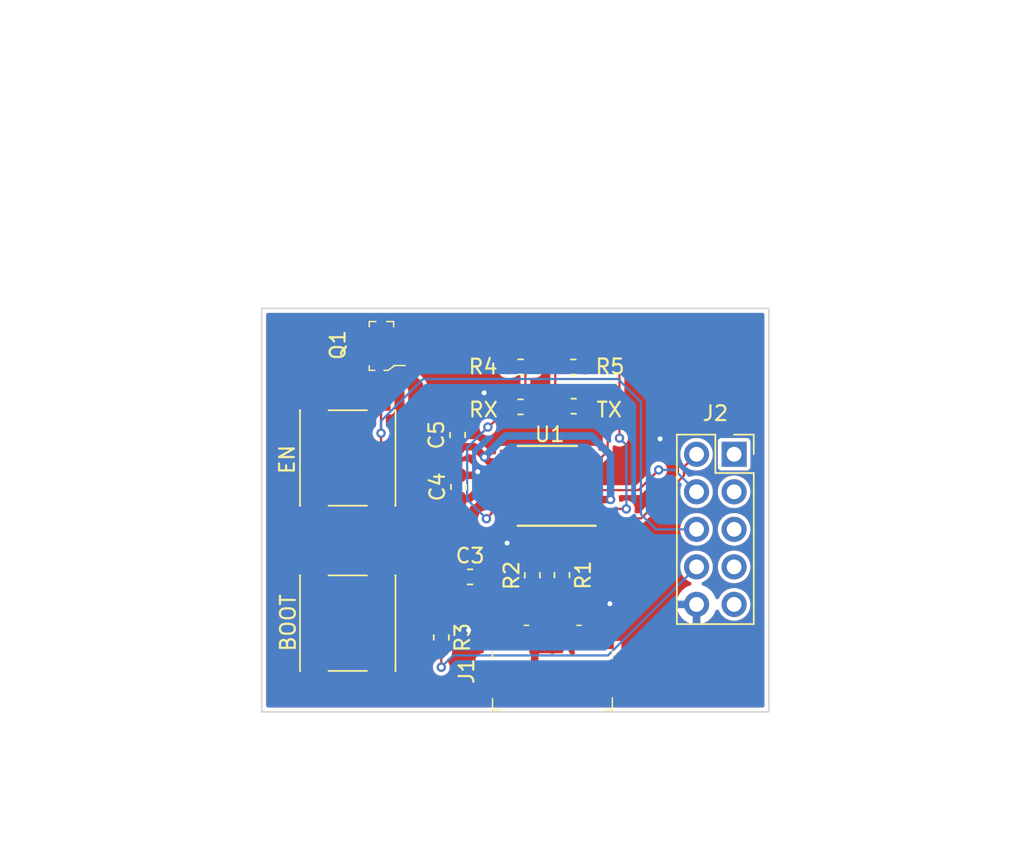
<source format=kicad_pcb>
(kicad_pcb (version 20171130) (host pcbnew "(5.1.5)-3")

  (general
    (thickness 1.6)
    (drawings 8)
    (tracks 137)
    (zones 0)
    (modules 16)
    (nets 26)
  )

  (page A4)
  (layers
    (0 F.Cu signal)
    (31 B.Cu signal)
    (32 B.Adhes user)
    (33 F.Adhes user)
    (34 B.Paste user)
    (35 F.Paste user)
    (36 B.SilkS user)
    (37 F.SilkS user)
    (38 B.Mask user)
    (39 F.Mask user)
    (40 Dwgs.User user)
    (41 Cmts.User user)
    (42 Eco1.User user)
    (43 Eco2.User user)
    (44 Edge.Cuts user)
    (45 Margin user)
    (46 B.CrtYd user)
    (47 F.CrtYd user)
    (48 B.Fab user)
    (49 F.Fab user hide)
  )

  (setup
    (last_trace_width 0.1524)
    (user_trace_width 0.1524)
    (user_trace_width 0.508)
    (user_trace_width 1.016)
    (trace_clearance 0.1524)
    (zone_clearance 0.254)
    (zone_45_only no)
    (trace_min 0.1524)
    (via_size 0.635)
    (via_drill 0.3302)
    (via_min_size 0.635)
    (via_min_drill 0.3302)
    (user_via 1.016 0.508)
    (uvia_size 0.3)
    (uvia_drill 0.1)
    (uvias_allowed no)
    (uvia_min_size 0.2)
    (uvia_min_drill 0.1)
    (edge_width 0.05)
    (segment_width 0.2)
    (pcb_text_width 0.3)
    (pcb_text_size 1.5 1.5)
    (mod_edge_width 0.12)
    (mod_text_size 1 1)
    (mod_text_width 0.15)
    (pad_size 1.524 1.524)
    (pad_drill 0.762)
    (pad_to_mask_clearance 0.051)
    (solder_mask_min_width 0.25)
    (aux_axis_origin 0 0)
    (visible_elements 7FFFFFFF)
    (pcbplotparams
      (layerselection 0x010fc_ffffffff)
      (usegerberextensions true)
      (usegerberattributes false)
      (usegerberadvancedattributes false)
      (creategerberjobfile false)
      (excludeedgelayer true)
      (linewidth 0.100000)
      (plotframeref false)
      (viasonmask false)
      (mode 1)
      (useauxorigin false)
      (hpglpennumber 1)
      (hpglpenspeed 20)
      (hpglpendiameter 15.000000)
      (psnegative false)
      (psa4output false)
      (plotreference true)
      (plotvalue true)
      (plotinvisibletext false)
      (padsonsilk false)
      (subtractmaskfromsilk false)
      (outputformat 1)
      (mirror false)
      (drillshape 0)
      (scaleselection 1)
      (outputdirectory "Gerber/"))
  )

  (net 0 "")
  (net 1 GND)
  (net 2 VBUS)
  (net 3 +3V3)
  (net 4 "Net-(J1-Pad4)")
  (net 5 "Net-(J2-Pad9)")
  (net 6 BOOT)
  (net 7 "Net-(J2-Pad7)")
  (net 8 EN)
  (net 9 "Net-(J2-Pad5)")
  (net 10 RX)
  (net 11 "Net-(J2-Pad3)")
  (net 12 TX)
  (net 13 "Net-(J2-Pad1)")
  (net 14 nRTS)
  (net 15 D+)
  (net 16 D-)
  (net 17 "Net-(U1-Pad16)")
  (net 18 "Net-(U1-Pad15)")
  (net 19 "Net-(U1-Pad6)")
  (net 20 "Net-(J1-Pad2)")
  (net 21 "Net-(J1-Pad3)")
  (net 22 "Net-(R4-Pad2)")
  (net 23 "Net-(R5-Pad2)")
  (net 24 "Net-(RX1-Pad1)")
  (net 25 "Net-(TX1-Pad1)")

  (net_class Default "This is the default net class."
    (clearance 0.1524)
    (trace_width 0.1524)
    (via_dia 0.635)
    (via_drill 0.3302)
    (uvia_dia 0.3)
    (uvia_drill 0.1)
    (diff_pair_width 0.1524)
    (diff_pair_gap 0.1524)
    (add_net +3V3)
    (add_net BOOT)
    (add_net D+)
    (add_net D-)
    (add_net EN)
    (add_net GND)
    (add_net "Net-(J1-Pad2)")
    (add_net "Net-(J1-Pad3)")
    (add_net "Net-(J1-Pad4)")
    (add_net "Net-(J2-Pad1)")
    (add_net "Net-(J2-Pad3)")
    (add_net "Net-(J2-Pad5)")
    (add_net "Net-(J2-Pad7)")
    (add_net "Net-(J2-Pad9)")
    (add_net "Net-(R4-Pad2)")
    (add_net "Net-(R5-Pad2)")
    (add_net "Net-(RX1-Pad1)")
    (add_net "Net-(TX1-Pad1)")
    (add_net "Net-(U1-Pad15)")
    (add_net "Net-(U1-Pad16)")
    (add_net "Net-(U1-Pad6)")
    (add_net RX)
    (add_net TX)
    (add_net VBUS)
    (add_net nRTS)
  )

  (module Button_Switch_SMD:SW_Push_1P1T_NO_6x6mm_H9.5mm (layer F.Cu) (tedit 5CA1CA7F) (tstamp 5DF5DA06)
    (at 123.9245 112.992 90)
    (descr "tactile push button, 6x6mm e.g. PTS645xx series, height=9.5mm")
    (tags "tact sw push 6mm smd")
    (path /5DF60D14)
    (attr smd)
    (fp_text reference SW2 (at 0 -4.05 90) (layer F.SilkS) hide
      (effects (font (size 1 1) (thickness 0.15)))
    )
    (fp_text value SW_SPST (at 0 4.15 90) (layer F.Fab)
      (effects (font (size 1 1) (thickness 0.15)))
    )
    (fp_circle (center 0 0) (end 1.75 -0.05) (layer F.Fab) (width 0.1))
    (fp_line (start -3.23 3.23) (end 3.23 3.23) (layer F.SilkS) (width 0.12))
    (fp_line (start -3.23 -1.3) (end -3.23 1.3) (layer F.SilkS) (width 0.12))
    (fp_line (start -3.23 -3.23) (end 3.23 -3.23) (layer F.SilkS) (width 0.12))
    (fp_line (start 3.23 -1.3) (end 3.23 1.3) (layer F.SilkS) (width 0.12))
    (fp_line (start -3.23 -3.2) (end -3.23 -3.23) (layer F.SilkS) (width 0.12))
    (fp_line (start -3.23 3.23) (end -3.23 3.2) (layer F.SilkS) (width 0.12))
    (fp_line (start 3.23 3.23) (end 3.23 3.2) (layer F.SilkS) (width 0.12))
    (fp_line (start 3.23 -3.23) (end 3.23 -3.2) (layer F.SilkS) (width 0.12))
    (fp_line (start -5 -3.25) (end 5 -3.25) (layer F.CrtYd) (width 0.05))
    (fp_line (start -5 3.25) (end 5 3.25) (layer F.CrtYd) (width 0.05))
    (fp_line (start -5 -3.25) (end -5 3.25) (layer F.CrtYd) (width 0.05))
    (fp_line (start 5 3.25) (end 5 -3.25) (layer F.CrtYd) (width 0.05))
    (fp_line (start 3 -3) (end -3 -3) (layer F.Fab) (width 0.1))
    (fp_line (start 3 3) (end 3 -3) (layer F.Fab) (width 0.1))
    (fp_line (start -3 3) (end 3 3) (layer F.Fab) (width 0.1))
    (fp_line (start -3 -3) (end -3 3) (layer F.Fab) (width 0.1))
    (fp_text user %R (at 0 -4.05 90) (layer F.Fab)
      (effects (font (size 1 1) (thickness 0.15)))
    )
    (pad 2 smd rect (at 3.975 2.25 90) (size 1.55 1.3) (layers F.Cu F.Paste F.Mask)
      (net 8 EN))
    (pad 1 smd rect (at 3.975 -2.25 90) (size 1.55 1.3) (layers F.Cu F.Paste F.Mask)
      (net 1 GND))
    (pad 1 smd rect (at -3.975 -2.25 90) (size 1.55 1.3) (layers F.Cu F.Paste F.Mask)
      (net 1 GND))
    (pad 2 smd rect (at -3.975 2.25 90) (size 1.55 1.3) (layers F.Cu F.Paste F.Mask)
      (net 8 EN))
    (model ${KISYS3DMOD}/Button_Switch_SMD.3dshapes/SW_PUSH_6mm_H9.5mm.wrl
      (at (xyz 0 0 0))
      (scale (xyz 1 1 1))
      (rotate (xyz 0 0 0))
    )
  )

  (module Button_Switch_SMD:SW_Push_1P1T_NO_6x6mm_H9.5mm (layer F.Cu) (tedit 5CA1CA7F) (tstamp 5DF5D13F)
    (at 123.9245 124.168 90)
    (descr "tactile push button, 6x6mm e.g. PTS645xx series, height=9.5mm")
    (tags "tact sw push 6mm smd")
    (path /5DF6048C)
    (attr smd)
    (fp_text reference SW1 (at 0 -4.05 90) (layer F.SilkS) hide
      (effects (font (size 1 1) (thickness 0.15)))
    )
    (fp_text value SW_SPST (at 0 4.15 90) (layer F.Fab)
      (effects (font (size 1 1) (thickness 0.15)))
    )
    (fp_circle (center 0 0) (end 1.75 -0.05) (layer F.Fab) (width 0.1))
    (fp_line (start -3.23 3.23) (end 3.23 3.23) (layer F.SilkS) (width 0.12))
    (fp_line (start -3.23 -1.3) (end -3.23 1.3) (layer F.SilkS) (width 0.12))
    (fp_line (start -3.23 -3.23) (end 3.23 -3.23) (layer F.SilkS) (width 0.12))
    (fp_line (start 3.23 -1.3) (end 3.23 1.3) (layer F.SilkS) (width 0.12))
    (fp_line (start -3.23 -3.2) (end -3.23 -3.23) (layer F.SilkS) (width 0.12))
    (fp_line (start -3.23 3.23) (end -3.23 3.2) (layer F.SilkS) (width 0.12))
    (fp_line (start 3.23 3.23) (end 3.23 3.2) (layer F.SilkS) (width 0.12))
    (fp_line (start 3.23 -3.23) (end 3.23 -3.2) (layer F.SilkS) (width 0.12))
    (fp_line (start -5 -3.25) (end 5 -3.25) (layer F.CrtYd) (width 0.05))
    (fp_line (start -5 3.25) (end 5 3.25) (layer F.CrtYd) (width 0.05))
    (fp_line (start -5 -3.25) (end -5 3.25) (layer F.CrtYd) (width 0.05))
    (fp_line (start 5 3.25) (end 5 -3.25) (layer F.CrtYd) (width 0.05))
    (fp_line (start 3 -3) (end -3 -3) (layer F.Fab) (width 0.1))
    (fp_line (start 3 3) (end 3 -3) (layer F.Fab) (width 0.1))
    (fp_line (start -3 3) (end 3 3) (layer F.Fab) (width 0.1))
    (fp_line (start -3 -3) (end -3 3) (layer F.Fab) (width 0.1))
    (fp_text user %R (at 0 -4.05 90) (layer F.Fab)
      (effects (font (size 1 1) (thickness 0.15)))
    )
    (pad 2 smd rect (at 3.975 2.25 90) (size 1.55 1.3) (layers F.Cu F.Paste F.Mask)
      (net 6 BOOT))
    (pad 1 smd rect (at 3.975 -2.25 90) (size 1.55 1.3) (layers F.Cu F.Paste F.Mask)
      (net 1 GND))
    (pad 1 smd rect (at -3.975 -2.25 90) (size 1.55 1.3) (layers F.Cu F.Paste F.Mask)
      (net 1 GND))
    (pad 2 smd rect (at -3.975 2.25 90) (size 1.55 1.3) (layers F.Cu F.Paste F.Mask)
      (net 6 BOOT))
    (model ${KISYS3DMOD}/Button_Switch_SMD.3dshapes/SW_PUSH_6mm_H9.5mm.wrl
      (at (xyz 0 0 0))
      (scale (xyz 1 1 1))
      (rotate (xyz 0 0 0))
    )
  )

  (module Connector_PinSocket_2.54mm:PinSocket_2x05_P2.54mm_Vertical (layer F.Cu) (tedit 5A19A42B) (tstamp 5DF1A1FA)
    (at 150.05 112.74)
    (descr "Through hole straight socket strip, 2x05, 2.54mm pitch, double cols (from Kicad 4.0.7), script generated")
    (tags "Through hole socket strip THT 2x05 2.54mm double row")
    (path /5DF15747)
    (fp_text reference J2 (at -1.27 -2.77) (layer F.SilkS)
      (effects (font (size 1 1) (thickness 0.15)))
    )
    (fp_text value Conn_02x05_Odd_Even (at -1.27 12.93) (layer F.Fab)
      (effects (font (size 1 1) (thickness 0.15)))
    )
    (fp_text user %R (at -1.27 5.08 90) (layer F.Fab)
      (effects (font (size 1 1) (thickness 0.15)))
    )
    (fp_line (start -4.34 11.9) (end -4.34 -1.8) (layer F.CrtYd) (width 0.05))
    (fp_line (start 1.76 11.9) (end -4.34 11.9) (layer F.CrtYd) (width 0.05))
    (fp_line (start 1.76 -1.8) (end 1.76 11.9) (layer F.CrtYd) (width 0.05))
    (fp_line (start -4.34 -1.8) (end 1.76 -1.8) (layer F.CrtYd) (width 0.05))
    (fp_line (start 0 -1.33) (end 1.33 -1.33) (layer F.SilkS) (width 0.12))
    (fp_line (start 1.33 -1.33) (end 1.33 0) (layer F.SilkS) (width 0.12))
    (fp_line (start -1.27 -1.33) (end -1.27 1.27) (layer F.SilkS) (width 0.12))
    (fp_line (start -1.27 1.27) (end 1.33 1.27) (layer F.SilkS) (width 0.12))
    (fp_line (start 1.33 1.27) (end 1.33 11.49) (layer F.SilkS) (width 0.12))
    (fp_line (start -3.87 11.49) (end 1.33 11.49) (layer F.SilkS) (width 0.12))
    (fp_line (start -3.87 -1.33) (end -3.87 11.49) (layer F.SilkS) (width 0.12))
    (fp_line (start -3.87 -1.33) (end -1.27 -1.33) (layer F.SilkS) (width 0.12))
    (fp_line (start -3.81 11.43) (end -3.81 -1.27) (layer F.Fab) (width 0.1))
    (fp_line (start 1.27 11.43) (end -3.81 11.43) (layer F.Fab) (width 0.1))
    (fp_line (start 1.27 -0.27) (end 1.27 11.43) (layer F.Fab) (width 0.1))
    (fp_line (start 0.27 -1.27) (end 1.27 -0.27) (layer F.Fab) (width 0.1))
    (fp_line (start -3.81 -1.27) (end 0.27 -1.27) (layer F.Fab) (width 0.1))
    (pad 10 thru_hole oval (at -2.54 10.16) (size 1.7 1.7) (drill 1) (layers *.Cu *.Mask)
      (net 1 GND))
    (pad 9 thru_hole oval (at 0 10.16) (size 1.7 1.7) (drill 1) (layers *.Cu *.Mask)
      (net 5 "Net-(J2-Pad9)"))
    (pad 8 thru_hole oval (at -2.54 7.62) (size 1.7 1.7) (drill 1) (layers *.Cu *.Mask)
      (net 6 BOOT))
    (pad 7 thru_hole oval (at 0 7.62) (size 1.7 1.7) (drill 1) (layers *.Cu *.Mask)
      (net 7 "Net-(J2-Pad7)"))
    (pad 6 thru_hole oval (at -2.54 5.08) (size 1.7 1.7) (drill 1) (layers *.Cu *.Mask)
      (net 8 EN))
    (pad 5 thru_hole oval (at 0 5.08) (size 1.7 1.7) (drill 1) (layers *.Cu *.Mask)
      (net 9 "Net-(J2-Pad5)"))
    (pad 4 thru_hole oval (at -2.54 2.54) (size 1.7 1.7) (drill 1) (layers *.Cu *.Mask)
      (net 10 RX))
    (pad 3 thru_hole oval (at 0 2.54) (size 1.7 1.7) (drill 1) (layers *.Cu *.Mask)
      (net 11 "Net-(J2-Pad3)"))
    (pad 2 thru_hole oval (at -2.54 0) (size 1.7 1.7) (drill 1) (layers *.Cu *.Mask)
      (net 12 TX))
    (pad 1 thru_hole rect (at 0 0) (size 1.7 1.7) (drill 1) (layers *.Cu *.Mask)
      (net 13 "Net-(J2-Pad1)"))
    (model ${KISYS3DMOD}/Connector_PinSocket_2.54mm.3dshapes/PinSocket_2x05_P2.54mm_Vertical.wrl
      (at (xyz 0 0 0))
      (scale (xyz 1 1 1))
      (rotate (xyz 0 0 0))
    )
  )

  (module Package_SO:SSOP-16_3.9x4.9mm_P0.635mm (layer F.Cu) (tedit 5A02F25C) (tstamp 5DF1A2A9)
    (at 137.41496 114.85118 180)
    (descr "SSOP16: plastic shrink small outline package; 16 leads; body width 3.9 mm; lead pitch 0.635; (see NXP SSOP-TSSOP-VSO-REFLOW.pdf and sot519-1_po.pdf)")
    (tags "SSOP 0.635")
    (path /5DF16263)
    (attr smd)
    (fp_text reference U1 (at -0.1616 3.45694) (layer F.SilkS)
      (effects (font (size 1 1) (thickness 0.15)))
    )
    (fp_text value FT230XS-R (at 0 3.5) (layer F.Fab)
      (effects (font (size 1 1) (thickness 0.15)))
    )
    (fp_text user %R (at 0 0) (layer F.Fab)
      (effects (font (size 0.8 0.8) (thickness 0.15)))
    )
    (fp_line (start -3.275 -2.725) (end 2 -2.725) (layer F.SilkS) (width 0.15))
    (fp_line (start -2 2.675) (end 2 2.675) (layer F.SilkS) (width 0.15))
    (fp_line (start -3.45 2.8) (end 3.45 2.8) (layer F.CrtYd) (width 0.05))
    (fp_line (start -3.45 -2.85) (end 3.45 -2.85) (layer F.CrtYd) (width 0.05))
    (fp_line (start 3.45 -2.85) (end 3.45 2.8) (layer F.CrtYd) (width 0.05))
    (fp_line (start -3.45 -2.85) (end -3.45 2.8) (layer F.CrtYd) (width 0.05))
    (fp_line (start -1.95 -1.45) (end -0.95 -2.45) (layer F.Fab) (width 0.15))
    (fp_line (start -1.95 2.45) (end -1.95 -1.45) (layer F.Fab) (width 0.15))
    (fp_line (start 1.95 2.45) (end -1.95 2.45) (layer F.Fab) (width 0.15))
    (fp_line (start 1.95 -2.45) (end 1.95 2.45) (layer F.Fab) (width 0.15))
    (fp_line (start -0.95 -2.45) (end 1.95 -2.45) (layer F.Fab) (width 0.15))
    (pad 16 smd rect (at 2.6 -2.2225 180) (size 1.2 0.4) (layers F.Cu F.Paste F.Mask)
      (net 17 "Net-(U1-Pad16)"))
    (pad 15 smd rect (at 2.6 -1.5875 180) (size 1.2 0.4) (layers F.Cu F.Paste F.Mask)
      (net 18 "Net-(U1-Pad15)"))
    (pad 14 smd rect (at 2.6 -0.9525 180) (size 1.2 0.4) (layers F.Cu F.Paste F.Mask)
      (net 24 "Net-(RX1-Pad1)"))
    (pad 13 smd rect (at 2.6 -0.3175 180) (size 1.2 0.4) (layers F.Cu F.Paste F.Mask)
      (net 1 GND))
    (pad 12 smd rect (at 2.6 0.3175 180) (size 1.2 0.4) (layers F.Cu F.Paste F.Mask)
      (net 2 VBUS))
    (pad 11 smd rect (at 2.6 0.9525 180) (size 1.2 0.4) (layers F.Cu F.Paste F.Mask)
      (net 3 +3V3))
    (pad 10 smd rect (at 2.6 1.5875 180) (size 1.2 0.4) (layers F.Cu F.Paste F.Mask)
      (net 3 +3V3))
    (pad 9 smd rect (at 2.6 2.2225 180) (size 1.2 0.4) (layers F.Cu F.Paste F.Mask)
      (net 16 D-))
    (pad 8 smd rect (at -2.6 2.2225 180) (size 1.2 0.4) (layers F.Cu F.Paste F.Mask)
      (net 15 D+))
    (pad 7 smd rect (at -2.6 1.5875 180) (size 1.2 0.4) (layers F.Cu F.Paste F.Mask)
      (net 25 "Net-(TX1-Pad1)"))
    (pad 6 smd rect (at -2.6 0.9525 180) (size 1.2 0.4) (layers F.Cu F.Paste F.Mask)
      (net 19 "Net-(U1-Pad6)"))
    (pad 5 smd rect (at -2.6 0.3175 180) (size 1.2 0.4) (layers F.Cu F.Paste F.Mask)
      (net 1 GND))
    (pad 4 smd rect (at -2.6 -0.3175 180) (size 1.2 0.4) (layers F.Cu F.Paste F.Mask)
      (net 10 RX))
    (pad 3 smd rect (at -2.6 -0.9525 180) (size 1.2 0.4) (layers F.Cu F.Paste F.Mask)
      (net 3 +3V3))
    (pad 2 smd rect (at -2.6 -1.5875 180) (size 1.2 0.4) (layers F.Cu F.Paste F.Mask)
      (net 14 nRTS))
    (pad 1 smd rect (at -2.6 -2.2225 180) (size 1.2 0.4) (layers F.Cu F.Paste F.Mask)
      (net 12 TX))
    (model ${KISYS3DMOD}/Package_SO.3dshapes/SSOP-16_3.9x4.9mm_P0.635mm.wrl
      (at (xyz 0 0 0))
      (scale (xyz 1 1 1))
      (rotate (xyz 0 0 0))
    )
  )

  (module Capacitor_SMD:C_0603_1608Metric (layer F.Cu) (tedit 5B301BBE) (tstamp 5DF1A26B)
    (at 139.17686 106.83748 180)
    (descr "Capacitor SMD 0603 (1608 Metric), square (rectangular) end terminal, IPC_7351 nominal, (Body size source: http://www.tortai-tech.com/upload/download/2011102023233369053.pdf), generated with kicad-footprint-generator")
    (tags capacitor)
    (path /5DF29A5F)
    (attr smd)
    (fp_text reference R5 (at -2.48402 0.03048) (layer F.SilkS)
      (effects (font (size 1 1) (thickness 0.15)))
    )
    (fp_text value 270 (at 0 1.43) (layer F.Fab)
      (effects (font (size 1 1) (thickness 0.15)))
    )
    (fp_text user %R (at 0 0) (layer F.Fab)
      (effects (font (size 0.4 0.4) (thickness 0.06)))
    )
    (fp_line (start 1.48 0.73) (end -1.48 0.73) (layer F.CrtYd) (width 0.05))
    (fp_line (start 1.48 -0.73) (end 1.48 0.73) (layer F.CrtYd) (width 0.05))
    (fp_line (start -1.48 -0.73) (end 1.48 -0.73) (layer F.CrtYd) (width 0.05))
    (fp_line (start -1.48 0.73) (end -1.48 -0.73) (layer F.CrtYd) (width 0.05))
    (fp_line (start -0.162779 0.51) (end 0.162779 0.51) (layer F.SilkS) (width 0.12))
    (fp_line (start -0.162779 -0.51) (end 0.162779 -0.51) (layer F.SilkS) (width 0.12))
    (fp_line (start 0.8 0.4) (end -0.8 0.4) (layer F.Fab) (width 0.1))
    (fp_line (start 0.8 -0.4) (end 0.8 0.4) (layer F.Fab) (width 0.1))
    (fp_line (start -0.8 -0.4) (end 0.8 -0.4) (layer F.Fab) (width 0.1))
    (fp_line (start -0.8 0.4) (end -0.8 -0.4) (layer F.Fab) (width 0.1))
    (pad 2 smd roundrect (at 0.7875 0 180) (size 0.875 0.95) (layers F.Cu F.Paste F.Mask) (roundrect_rratio 0.25)
      (net 23 "Net-(R5-Pad2)"))
    (pad 1 smd roundrect (at -0.7875 0 180) (size 0.875 0.95) (layers F.Cu F.Paste F.Mask) (roundrect_rratio 0.25)
      (net 2 VBUS))
    (model ${KISYS3DMOD}/Capacitor_SMD.3dshapes/C_0603_1608Metric.wrl
      (at (xyz 0 0 0))
      (scale (xyz 1 1 1))
      (rotate (xyz 0 0 0))
    )
  )

  (module Capacitor_SMD:C_0603_1608Metric (layer F.Cu) (tedit 5B301BBE) (tstamp 5DF1A25A)
    (at 135.61578 106.82732)
    (descr "Capacitor SMD 0603 (1608 Metric), square (rectangular) end terminal, IPC_7351 nominal, (Body size source: http://www.tortai-tech.com/upload/download/2011102023233369053.pdf), generated with kicad-footprint-generator")
    (tags capacitor)
    (path /5DF2957B)
    (attr smd)
    (fp_text reference R4 (at -2.5401 -0.01016) (layer F.SilkS)
      (effects (font (size 1 1) (thickness 0.15)))
    )
    (fp_text value 270 (at 0 1.43) (layer F.Fab)
      (effects (font (size 1 1) (thickness 0.15)))
    )
    (fp_text user %R (at 0 0) (layer F.Fab)
      (effects (font (size 0.4 0.4) (thickness 0.06)))
    )
    (fp_line (start 1.48 0.73) (end -1.48 0.73) (layer F.CrtYd) (width 0.05))
    (fp_line (start 1.48 -0.73) (end 1.48 0.73) (layer F.CrtYd) (width 0.05))
    (fp_line (start -1.48 -0.73) (end 1.48 -0.73) (layer F.CrtYd) (width 0.05))
    (fp_line (start -1.48 0.73) (end -1.48 -0.73) (layer F.CrtYd) (width 0.05))
    (fp_line (start -0.162779 0.51) (end 0.162779 0.51) (layer F.SilkS) (width 0.12))
    (fp_line (start -0.162779 -0.51) (end 0.162779 -0.51) (layer F.SilkS) (width 0.12))
    (fp_line (start 0.8 0.4) (end -0.8 0.4) (layer F.Fab) (width 0.1))
    (fp_line (start 0.8 -0.4) (end 0.8 0.4) (layer F.Fab) (width 0.1))
    (fp_line (start -0.8 -0.4) (end 0.8 -0.4) (layer F.Fab) (width 0.1))
    (fp_line (start -0.8 0.4) (end -0.8 -0.4) (layer F.Fab) (width 0.1))
    (pad 2 smd roundrect (at 0.7875 0) (size 0.875 0.95) (layers F.Cu F.Paste F.Mask) (roundrect_rratio 0.25)
      (net 22 "Net-(R4-Pad2)"))
    (pad 1 smd roundrect (at -0.7875 0) (size 0.875 0.95) (layers F.Cu F.Paste F.Mask) (roundrect_rratio 0.25)
      (net 2 VBUS))
    (model ${KISYS3DMOD}/Capacitor_SMD.3dshapes/C_0603_1608Metric.wrl
      (at (xyz 0 0 0))
      (scale (xyz 1 1 1))
      (rotate (xyz 0 0 0))
    )
  )

  (module Capacitor_SMD:C_0603_1608Metric (layer F.Cu) (tedit 5B301BBE) (tstamp 5DF1A249)
    (at 130.2512 125.13574 270)
    (descr "Capacitor SMD 0603 (1608 Metric), square (rectangular) end terminal, IPC_7351 nominal, (Body size source: http://www.tortai-tech.com/upload/download/2011102023233369053.pdf), generated with kicad-footprint-generator")
    (tags capacitor)
    (path /5DF4E847)
    (attr smd)
    (fp_text reference R3 (at 0 -1.43 90) (layer F.SilkS)
      (effects (font (size 1 1) (thickness 0.15)))
    )
    (fp_text value 10K (at 0 1.43 90) (layer F.Fab)
      (effects (font (size 1 1) (thickness 0.15)))
    )
    (fp_text user %R (at 0 0 90) (layer F.Fab)
      (effects (font (size 0.4 0.4) (thickness 0.06)))
    )
    (fp_line (start 1.48 0.73) (end -1.48 0.73) (layer F.CrtYd) (width 0.05))
    (fp_line (start 1.48 -0.73) (end 1.48 0.73) (layer F.CrtYd) (width 0.05))
    (fp_line (start -1.48 -0.73) (end 1.48 -0.73) (layer F.CrtYd) (width 0.05))
    (fp_line (start -1.48 0.73) (end -1.48 -0.73) (layer F.CrtYd) (width 0.05))
    (fp_line (start -0.162779 0.51) (end 0.162779 0.51) (layer F.SilkS) (width 0.12))
    (fp_line (start -0.162779 -0.51) (end 0.162779 -0.51) (layer F.SilkS) (width 0.12))
    (fp_line (start 0.8 0.4) (end -0.8 0.4) (layer F.Fab) (width 0.1))
    (fp_line (start 0.8 -0.4) (end 0.8 0.4) (layer F.Fab) (width 0.1))
    (fp_line (start -0.8 -0.4) (end 0.8 -0.4) (layer F.Fab) (width 0.1))
    (fp_line (start -0.8 0.4) (end -0.8 -0.4) (layer F.Fab) (width 0.1))
    (pad 2 smd roundrect (at 0.7875 0 270) (size 0.875 0.95) (layers F.Cu F.Paste F.Mask) (roundrect_rratio 0.25)
      (net 6 BOOT))
    (pad 1 smd roundrect (at -0.7875 0 270) (size 0.875 0.95) (layers F.Cu F.Paste F.Mask) (roundrect_rratio 0.25)
      (net 2 VBUS))
    (model ${KISYS3DMOD}/Capacitor_SMD.3dshapes/C_0603_1608Metric.wrl
      (at (xyz 0 0 0))
      (scale (xyz 1 1 1))
      (rotate (xyz 0 0 0))
    )
  )

  (module Capacitor_SMD:C_0603_1608Metric (layer F.Cu) (tedit 5B301BBE) (tstamp 5DF1A648)
    (at 136.40816 120.9293 270)
    (descr "Capacitor SMD 0603 (1608 Metric), square (rectangular) end terminal, IPC_7351 nominal, (Body size source: http://www.tortai-tech.com/upload/download/2011102023233369053.pdf), generated with kicad-footprint-generator")
    (tags capacitor)
    (path /5DF1ABE9)
    (attr smd)
    (fp_text reference R2 (at 0.01534 1.40208 90) (layer F.SilkS)
      (effects (font (size 1 1) (thickness 0.15)))
    )
    (fp_text value 27 (at 0 1.43 90) (layer F.Fab)
      (effects (font (size 1 1) (thickness 0.15)))
    )
    (fp_text user %R (at 0 0 90) (layer F.Fab)
      (effects (font (size 0.4 0.4) (thickness 0.06)))
    )
    (fp_line (start 1.48 0.73) (end -1.48 0.73) (layer F.CrtYd) (width 0.05))
    (fp_line (start 1.48 -0.73) (end 1.48 0.73) (layer F.CrtYd) (width 0.05))
    (fp_line (start -1.48 -0.73) (end 1.48 -0.73) (layer F.CrtYd) (width 0.05))
    (fp_line (start -1.48 0.73) (end -1.48 -0.73) (layer F.CrtYd) (width 0.05))
    (fp_line (start -0.162779 0.51) (end 0.162779 0.51) (layer F.SilkS) (width 0.12))
    (fp_line (start -0.162779 -0.51) (end 0.162779 -0.51) (layer F.SilkS) (width 0.12))
    (fp_line (start 0.8 0.4) (end -0.8 0.4) (layer F.Fab) (width 0.1))
    (fp_line (start 0.8 -0.4) (end 0.8 0.4) (layer F.Fab) (width 0.1))
    (fp_line (start -0.8 -0.4) (end 0.8 -0.4) (layer F.Fab) (width 0.1))
    (fp_line (start -0.8 0.4) (end -0.8 -0.4) (layer F.Fab) (width 0.1))
    (pad 2 smd roundrect (at 0.7875 0 270) (size 0.875 0.95) (layers F.Cu F.Paste F.Mask) (roundrect_rratio 0.25)
      (net 20 "Net-(J1-Pad2)"))
    (pad 1 smd roundrect (at -0.7875 0 270) (size 0.875 0.95) (layers F.Cu F.Paste F.Mask) (roundrect_rratio 0.25)
      (net 16 D-))
    (model ${KISYS3DMOD}/Capacitor_SMD.3dshapes/C_0603_1608Metric.wrl
      (at (xyz 0 0 0))
      (scale (xyz 1 1 1))
      (rotate (xyz 0 0 0))
    )
  )

  (module Capacitor_SMD:C_0603_1608Metric (layer F.Cu) (tedit 5B301BBE) (tstamp 5DF1A6EA)
    (at 138.40968 120.91914 270)
    (descr "Capacitor SMD 0603 (1608 Metric), square (rectangular) end terminal, IPC_7351 nominal, (Body size source: http://www.tortai-tech.com/upload/download/2011102023233369053.pdf), generated with kicad-footprint-generator")
    (tags capacitor)
    (path /5DF1A682)
    (attr smd)
    (fp_text reference R1 (at 0 -1.43 90) (layer F.SilkS)
      (effects (font (size 1 1) (thickness 0.15)))
    )
    (fp_text value 27 (at 0 1.43 90) (layer F.Fab)
      (effects (font (size 1 1) (thickness 0.15)))
    )
    (fp_text user %R (at 0 0 90) (layer F.Fab)
      (effects (font (size 0.4 0.4) (thickness 0.06)))
    )
    (fp_line (start 1.48 0.73) (end -1.48 0.73) (layer F.CrtYd) (width 0.05))
    (fp_line (start 1.48 -0.73) (end 1.48 0.73) (layer F.CrtYd) (width 0.05))
    (fp_line (start -1.48 -0.73) (end 1.48 -0.73) (layer F.CrtYd) (width 0.05))
    (fp_line (start -1.48 0.73) (end -1.48 -0.73) (layer F.CrtYd) (width 0.05))
    (fp_line (start -0.162779 0.51) (end 0.162779 0.51) (layer F.SilkS) (width 0.12))
    (fp_line (start -0.162779 -0.51) (end 0.162779 -0.51) (layer F.SilkS) (width 0.12))
    (fp_line (start 0.8 0.4) (end -0.8 0.4) (layer F.Fab) (width 0.1))
    (fp_line (start 0.8 -0.4) (end 0.8 0.4) (layer F.Fab) (width 0.1))
    (fp_line (start -0.8 -0.4) (end 0.8 -0.4) (layer F.Fab) (width 0.1))
    (fp_line (start -0.8 0.4) (end -0.8 -0.4) (layer F.Fab) (width 0.1))
    (pad 2 smd roundrect (at 0.7875 0 270) (size 0.875 0.95) (layers F.Cu F.Paste F.Mask) (roundrect_rratio 0.25)
      (net 21 "Net-(J1-Pad3)"))
    (pad 1 smd roundrect (at -0.7875 0 270) (size 0.875 0.95) (layers F.Cu F.Paste F.Mask) (roundrect_rratio 0.25)
      (net 15 D+))
    (model ${KISYS3DMOD}/Capacitor_SMD.3dshapes/C_0603_1608Metric.wrl
      (at (xyz 0 0 0))
      (scale (xyz 1 1 1))
      (rotate (xyz 0 0 0))
    )
  )

  (module digikey-footprints:SOT-23-3 (layer F.Cu) (tedit 5D28A5E3) (tstamp 5DF1D3CF)
    (at 126.204 105.4125 180)
    (path /5DF91BEB)
    (attr smd)
    (fp_text reference Q1 (at 2.9505 0.066 90) (layer F.SilkS)
      (effects (font (size 1 1) (thickness 0.15)))
    )
    (fp_text value Q_NMOS_GSD (at 0.025 3.25) (layer F.Fab)
      (effects (font (size 1 1) (thickness 0.15)))
    )
    (fp_line (start 0.7 1.52) (end 0.7 -1.52) (layer F.Fab) (width 0.1))
    (fp_line (start -0.7 1.52) (end 0.7 1.52) (layer F.Fab) (width 0.1))
    (fp_text user %R (at -0.125 0.15) (layer F.Fab)
      (effects (font (size 0.25 0.25) (thickness 0.05)))
    )
    (fp_line (start 0.825 -1.65) (end 0.825 -1.35) (layer F.SilkS) (width 0.1))
    (fp_line (start 0.45 -1.65) (end 0.825 -1.65) (layer F.SilkS) (width 0.1))
    (fp_line (start 0.825 1.65) (end 0.375 1.65) (layer F.SilkS) (width 0.1))
    (fp_line (start 0.825 1.35) (end 0.825 1.65) (layer F.SilkS) (width 0.1))
    (fp_line (start 0.825 1.425) (end 0.825 1.3) (layer F.SilkS) (width 0.1))
    (fp_line (start -0.825 1.65) (end -0.825 1.3) (layer F.SilkS) (width 0.1))
    (fp_line (start -0.35 1.65) (end -0.825 1.65) (layer F.SilkS) (width 0.1))
    (fp_line (start -0.425 -1.525) (end -0.7 -1.325) (layer F.Fab) (width 0.1))
    (fp_line (start -0.425 -1.525) (end 0.7 -1.525) (layer F.Fab) (width 0.1))
    (fp_line (start -0.7 -1.325) (end -0.7 1.525) (layer F.Fab) (width 0.1))
    (fp_line (start -0.825 -1.325) (end -1.6 -1.325) (layer F.SilkS) (width 0.1))
    (fp_line (start -0.825 -1.375) (end -0.825 -1.325) (layer F.SilkS) (width 0.1))
    (fp_line (start -0.45 -1.65) (end -0.825 -1.375) (layer F.SilkS) (width 0.1))
    (fp_line (start -0.175 -1.65) (end -0.45 -1.65) (layer F.SilkS) (width 0.1))
    (fp_line (start 1.825 -1.95) (end 1.825 1.95) (layer F.CrtYd) (width 0.05))
    (fp_line (start 1.825 1.95) (end -1.825 1.95) (layer F.CrtYd) (width 0.05))
    (fp_line (start -1.825 -1.95) (end -1.825 1.95) (layer F.CrtYd) (width 0.05))
    (fp_line (start -1.825 -1.95) (end 1.825 -1.95) (layer F.CrtYd) (width 0.05))
    (pad 1 smd rect (at -1.05 -0.95 180) (size 1.3 0.6) (layers F.Cu F.Paste F.Mask)
      (net 2 VBUS) (solder_mask_margin 0.07))
    (pad 2 smd rect (at -1.05 0.95 180) (size 1.3 0.6) (layers F.Cu F.Paste F.Mask)
      (net 14 nRTS) (solder_mask_margin 0.07))
    (pad 3 smd rect (at 1.05 0 180) (size 1.3 0.6) (layers F.Cu F.Paste F.Mask)
      (net 8 EN) (solder_mask_margin 0.07))
  )

  (module digikey-footprints:USB_Micro_B_Female_10118192 (layer F.Cu) (tedit 5D28ADBA) (tstamp 5DF1A1DA)
    (at 137.76564 127.66548)
    (descr http://portal.fciconnect.com/Comergent//fci/drawing/10118192.pdf)
    (path /5DF14664)
    (attr smd)
    (fp_text reference J1 (at -5.80756 -0.254 90) (layer F.SilkS)
      (effects (font (size 1 1) (thickness 0.15)))
    )
    (fp_text value 10118192-0001LF (at 0 4.25) (layer F.Fab)
      (effects (font (size 1 1) (thickness 0.15)))
    )
    (fp_line (start 3.95 2.32) (end 3.95 -3.25) (layer F.Fab) (width 0.1))
    (fp_line (start -3.95 2.32) (end 3.95 2.32) (layer F.Fab) (width 0.1))
    (fp_line (start -3.95 -2.8) (end -3.5 -3.25) (layer F.Fab) (width 0.1))
    (fp_line (start 3.95 -3.25) (end -3.5 -3.25) (layer F.Fab) (width 0.1))
    (fp_line (start -3.95 -2.8) (end -3.95 2.3) (layer F.Fab) (width 0.1))
    (fp_text user %R (at 0 0) (layer F.Fab)
      (effects (font (size 1 1) (thickness 0.15)))
    )
    (fp_line (start 4.05 2.4) (end 4.05 1.55) (layer F.SilkS) (width 0.1))
    (fp_line (start 3.6 2.4) (end 4.05 2.4) (layer F.SilkS) (width 0.1))
    (fp_line (start -4.05 2.4) (end -3.55 2.4) (layer F.SilkS) (width 0.1))
    (fp_line (start -4.05 1.6) (end -4.05 2.4) (layer F.SilkS) (width 0.1))
    (fp_line (start -1.9 -3.35) (end -1.6 -3.35) (layer F.SilkS) (width 0.1))
    (fp_line (start -4.05 -1.6) (end -4.05 -1.15) (layer F.SilkS) (width 0.1))
    (fp_line (start 1.65 -3.35) (end 1.95 -3.35) (layer F.SilkS) (width 0.1))
    (fp_line (start 4.05 -1.6) (end 4.05 -1.1) (layer F.SilkS) (width 0.1))
    (fp_line (start -5 -3.75) (end -5 2.75) (layer F.CrtYd) (width 0.05))
    (fp_line (start -5 -3.75) (end 5 -3.75) (layer F.CrtYd) (width 0.05))
    (fp_line (start 5 -3.75) (end 5 2.75) (layer F.CrtYd) (width 0.05))
    (fp_line (start -5 2.75) (end 5 2.75) (layer F.CrtYd) (width 0.05))
    (pad SH smd rect (at -3.8 0) (size 1.8 1.9) (layers F.Cu F.Paste F.Mask)
      (net 1 GND))
    (pad SH smd rect (at 3.8 0) (size 1.8 1.9) (layers F.Cu F.Paste F.Mask)
      (net 1 GND))
    (pad SH smd rect (at -1.2 0) (size 1.9 1.9) (layers F.Cu F.Paste F.Mask)
      (net 1 GND))
    (pad SH smd rect (at 1.2 0) (size 1.9 1.9) (layers F.Cu F.Paste F.Mask)
      (net 1 GND))
    (pad SH smd rect (at -3.1 -2.55) (size 2.1 1.6) (layers F.Cu F.Paste F.Mask)
      (net 1 GND))
    (pad SH smd rect (at 3.1 -2.55) (size 2.1 1.6) (layers F.Cu F.Paste F.Mask)
      (net 1 GND))
    (pad 1 smd rect (at -1.3 -2.675) (size 0.4 1.35) (layers F.Cu F.Paste F.Mask)
      (net 2 VBUS))
    (pad 4 smd rect (at 0.65 -2.675) (size 0.4 1.35) (layers F.Cu F.Paste F.Mask)
      (net 4 "Net-(J1-Pad4)"))
    (pad 5 smd rect (at 1.3 -2.675) (size 0.4 1.35) (layers F.Cu F.Paste F.Mask)
      (net 1 GND))
    (pad 2 smd rect (at -0.65 -2.675) (size 0.4 1.35) (layers F.Cu F.Paste F.Mask)
      (net 20 "Net-(J1-Pad2)"))
    (pad 3 smd rect (at 0 -2.675) (size 0.4 1.35) (layers F.Cu F.Paste F.Mask)
      (net 21 "Net-(J1-Pad3)"))
  )

  (module Capacitor_SMD:C_0603_1608Metric (layer F.Cu) (tedit 5B301BBE) (tstamp 5DF1A1B9)
    (at 139.20206 109.48924 180)
    (descr "Capacitor SMD 0603 (1608 Metric), square (rectangular) end terminal, IPC_7351 nominal, (Body size source: http://www.tortai-tech.com/upload/download/2011102023233369053.pdf), generated with kicad-footprint-generator")
    (tags capacitor)
    (path /5DF27966)
    (attr smd)
    (fp_text reference TX1 (at -2.55534 0.00508) (layer F.SilkS) hide
      (effects (font (size 1 1) (thickness 0.15)))
    )
    (fp_text value LED (at 0 1.43) (layer F.Fab)
      (effects (font (size 1 1) (thickness 0.15)))
    )
    (fp_text user %R (at 0 0) (layer F.Fab)
      (effects (font (size 0.4 0.4) (thickness 0.06)))
    )
    (fp_line (start 1.48 0.73) (end -1.48 0.73) (layer F.CrtYd) (width 0.05))
    (fp_line (start 1.48 -0.73) (end 1.48 0.73) (layer F.CrtYd) (width 0.05))
    (fp_line (start -1.48 -0.73) (end 1.48 -0.73) (layer F.CrtYd) (width 0.05))
    (fp_line (start -1.48 0.73) (end -1.48 -0.73) (layer F.CrtYd) (width 0.05))
    (fp_line (start -0.162779 0.51) (end 0.162779 0.51) (layer F.SilkS) (width 0.12))
    (fp_line (start -0.162779 -0.51) (end 0.162779 -0.51) (layer F.SilkS) (width 0.12))
    (fp_line (start 0.8 0.4) (end -0.8 0.4) (layer F.Fab) (width 0.1))
    (fp_line (start 0.8 -0.4) (end 0.8 0.4) (layer F.Fab) (width 0.1))
    (fp_line (start -0.8 -0.4) (end 0.8 -0.4) (layer F.Fab) (width 0.1))
    (fp_line (start -0.8 0.4) (end -0.8 -0.4) (layer F.Fab) (width 0.1))
    (pad 2 smd roundrect (at 0.7875 0 180) (size 0.875 0.95) (layers F.Cu F.Paste F.Mask) (roundrect_rratio 0.25)
      (net 23 "Net-(R5-Pad2)"))
    (pad 1 smd roundrect (at -0.7875 0 180) (size 0.875 0.95) (layers F.Cu F.Paste F.Mask) (roundrect_rratio 0.25)
      (net 25 "Net-(TX1-Pad1)"))
    (model ${KISYS3DMOD}/Capacitor_SMD.3dshapes/C_0603_1608Metric.wrl
      (at (xyz 0 0 0))
      (scale (xyz 1 1 1))
      (rotate (xyz 0 0 0))
    )
  )

  (module Capacitor_SMD:C_0603_1608Metric (layer F.Cu) (tedit 5B301BBE) (tstamp 5DF1FADD)
    (at 135.6107 109.53496)
    (descr "Capacitor SMD 0603 (1608 Metric), square (rectangular) end terminal, IPC_7351 nominal, (Body size source: http://www.tortai-tech.com/upload/download/2011102023233369053.pdf), generated with kicad-footprint-generator")
    (tags capacitor)
    (path /5DF26D46)
    (attr smd)
    (fp_text reference RX1 (at -2.45882 0.01524) (layer F.SilkS) hide
      (effects (font (size 1 1) (thickness 0.15)))
    )
    (fp_text value LED (at 0 1.43) (layer F.Fab)
      (effects (font (size 1 1) (thickness 0.15)))
    )
    (fp_text user %R (at 0 0) (layer F.Fab)
      (effects (font (size 0.4 0.4) (thickness 0.06)))
    )
    (fp_line (start 1.48 0.73) (end -1.48 0.73) (layer F.CrtYd) (width 0.05))
    (fp_line (start 1.48 -0.73) (end 1.48 0.73) (layer F.CrtYd) (width 0.05))
    (fp_line (start -1.48 -0.73) (end 1.48 -0.73) (layer F.CrtYd) (width 0.05))
    (fp_line (start -1.48 0.73) (end -1.48 -0.73) (layer F.CrtYd) (width 0.05))
    (fp_line (start -0.162779 0.51) (end 0.162779 0.51) (layer F.SilkS) (width 0.12))
    (fp_line (start -0.162779 -0.51) (end 0.162779 -0.51) (layer F.SilkS) (width 0.12))
    (fp_line (start 0.8 0.4) (end -0.8 0.4) (layer F.Fab) (width 0.1))
    (fp_line (start 0.8 -0.4) (end 0.8 0.4) (layer F.Fab) (width 0.1))
    (fp_line (start -0.8 -0.4) (end 0.8 -0.4) (layer F.Fab) (width 0.1))
    (fp_line (start -0.8 0.4) (end -0.8 -0.4) (layer F.Fab) (width 0.1))
    (pad 2 smd roundrect (at 0.7875 0) (size 0.875 0.95) (layers F.Cu F.Paste F.Mask) (roundrect_rratio 0.25)
      (net 22 "Net-(R4-Pad2)"))
    (pad 1 smd roundrect (at -0.7875 0) (size 0.875 0.95) (layers F.Cu F.Paste F.Mask) (roundrect_rratio 0.25)
      (net 24 "Net-(RX1-Pad1)"))
    (model ${KISYS3DMOD}/Capacitor_SMD.3dshapes/C_0603_1608Metric.wrl
      (at (xyz 0 0 0))
      (scale (xyz 1 1 1))
      (rotate (xyz 0 0 0))
    )
  )

  (module Capacitor_SMD:C_0603_1608Metric (layer F.Cu) (tedit 5B301BBE) (tstamp 5DF1A197)
    (at 131.35356 111.43498 90)
    (descr "Capacitor SMD 0603 (1608 Metric), square (rectangular) end terminal, IPC_7351 nominal, (Body size source: http://www.tortai-tech.com/upload/download/2011102023233369053.pdf), generated with kicad-footprint-generator")
    (tags capacitor)
    (path /5DFEB81C)
    (attr smd)
    (fp_text reference C5 (at 0 -1.43 90) (layer F.SilkS)
      (effects (font (size 1 1) (thickness 0.15)))
    )
    (fp_text value 0.1uF (at 0 1.43 90) (layer F.Fab)
      (effects (font (size 1 1) (thickness 0.15)))
    )
    (fp_text user %R (at 0 0 90) (layer F.Fab)
      (effects (font (size 0.4 0.4) (thickness 0.06)))
    )
    (fp_line (start 1.48 0.73) (end -1.48 0.73) (layer F.CrtYd) (width 0.05))
    (fp_line (start 1.48 -0.73) (end 1.48 0.73) (layer F.CrtYd) (width 0.05))
    (fp_line (start -1.48 -0.73) (end 1.48 -0.73) (layer F.CrtYd) (width 0.05))
    (fp_line (start -1.48 0.73) (end -1.48 -0.73) (layer F.CrtYd) (width 0.05))
    (fp_line (start -0.162779 0.51) (end 0.162779 0.51) (layer F.SilkS) (width 0.12))
    (fp_line (start -0.162779 -0.51) (end 0.162779 -0.51) (layer F.SilkS) (width 0.12))
    (fp_line (start 0.8 0.4) (end -0.8 0.4) (layer F.Fab) (width 0.1))
    (fp_line (start 0.8 -0.4) (end 0.8 0.4) (layer F.Fab) (width 0.1))
    (fp_line (start -0.8 -0.4) (end 0.8 -0.4) (layer F.Fab) (width 0.1))
    (fp_line (start -0.8 0.4) (end -0.8 -0.4) (layer F.Fab) (width 0.1))
    (pad 2 smd roundrect (at 0.7875 0 90) (size 0.875 0.95) (layers F.Cu F.Paste F.Mask) (roundrect_rratio 0.25)
      (net 1 GND))
    (pad 1 smd roundrect (at -0.7875 0 90) (size 0.875 0.95) (layers F.Cu F.Paste F.Mask) (roundrect_rratio 0.25)
      (net 3 +3V3))
    (model ${KISYS3DMOD}/Capacitor_SMD.3dshapes/C_0603_1608Metric.wrl
      (at (xyz 0 0 0))
      (scale (xyz 1 1 1))
      (rotate (xyz 0 0 0))
    )
  )

  (module Capacitor_SMD:C_0603_1608Metric (layer F.Cu) (tedit 5B301BBE) (tstamp 5DF1D209)
    (at 131.41452 114.95034 90)
    (descr "Capacitor SMD 0603 (1608 Metric), square (rectangular) end terminal, IPC_7351 nominal, (Body size source: http://www.tortai-tech.com/upload/download/2011102023233369053.pdf), generated with kicad-footprint-generator")
    (tags capacitor)
    (path /5DF203F4)
    (attr smd)
    (fp_text reference C4 (at 0 -1.43 90) (layer F.SilkS)
      (effects (font (size 1 1) (thickness 0.15)))
    )
    (fp_text value 0.1uF (at 0 1.43 90) (layer F.Fab)
      (effects (font (size 1 1) (thickness 0.15)))
    )
    (fp_text user %R (at 0 0 90) (layer F.Fab)
      (effects (font (size 0.4 0.4) (thickness 0.06)))
    )
    (fp_line (start 1.48 0.73) (end -1.48 0.73) (layer F.CrtYd) (width 0.05))
    (fp_line (start 1.48 -0.73) (end 1.48 0.73) (layer F.CrtYd) (width 0.05))
    (fp_line (start -1.48 -0.73) (end 1.48 -0.73) (layer F.CrtYd) (width 0.05))
    (fp_line (start -1.48 0.73) (end -1.48 -0.73) (layer F.CrtYd) (width 0.05))
    (fp_line (start -0.162779 0.51) (end 0.162779 0.51) (layer F.SilkS) (width 0.12))
    (fp_line (start -0.162779 -0.51) (end 0.162779 -0.51) (layer F.SilkS) (width 0.12))
    (fp_line (start 0.8 0.4) (end -0.8 0.4) (layer F.Fab) (width 0.1))
    (fp_line (start 0.8 -0.4) (end 0.8 0.4) (layer F.Fab) (width 0.1))
    (fp_line (start -0.8 -0.4) (end 0.8 -0.4) (layer F.Fab) (width 0.1))
    (fp_line (start -0.8 0.4) (end -0.8 -0.4) (layer F.Fab) (width 0.1))
    (pad 2 smd roundrect (at 0.7875 0 90) (size 0.875 0.95) (layers F.Cu F.Paste F.Mask) (roundrect_rratio 0.25)
      (net 1 GND))
    (pad 1 smd roundrect (at -0.7875 0 90) (size 0.875 0.95) (layers F.Cu F.Paste F.Mask) (roundrect_rratio 0.25)
      (net 2 VBUS))
    (model ${KISYS3DMOD}/Capacitor_SMD.3dshapes/C_0603_1608Metric.wrl
      (at (xyz 0 0 0))
      (scale (xyz 1 1 1))
      (rotate (xyz 0 0 0))
    )
  )

  (module Capacitor_SMD:C_0603_1608Metric (layer F.Cu) (tedit 5B301BBE) (tstamp 5DF1A175)
    (at 132.19694 121.03608)
    (descr "Capacitor SMD 0603 (1608 Metric), square (rectangular) end terminal, IPC_7351 nominal, (Body size source: http://www.tortai-tech.com/upload/download/2011102023233369053.pdf), generated with kicad-footprint-generator")
    (tags capacitor)
    (path /5DF1FDEF)
    (attr smd)
    (fp_text reference C3 (at 0 -1.43) (layer F.SilkS)
      (effects (font (size 1 1) (thickness 0.15)))
    )
    (fp_text value 4.7uF (at 0 1.43) (layer F.Fab)
      (effects (font (size 1 1) (thickness 0.15)))
    )
    (fp_text user %R (at 0 0) (layer F.Fab)
      (effects (font (size 0.4 0.4) (thickness 0.06)))
    )
    (fp_line (start 1.48 0.73) (end -1.48 0.73) (layer F.CrtYd) (width 0.05))
    (fp_line (start 1.48 -0.73) (end 1.48 0.73) (layer F.CrtYd) (width 0.05))
    (fp_line (start -1.48 -0.73) (end 1.48 -0.73) (layer F.CrtYd) (width 0.05))
    (fp_line (start -1.48 0.73) (end -1.48 -0.73) (layer F.CrtYd) (width 0.05))
    (fp_line (start -0.162779 0.51) (end 0.162779 0.51) (layer F.SilkS) (width 0.12))
    (fp_line (start -0.162779 -0.51) (end 0.162779 -0.51) (layer F.SilkS) (width 0.12))
    (fp_line (start 0.8 0.4) (end -0.8 0.4) (layer F.Fab) (width 0.1))
    (fp_line (start 0.8 -0.4) (end 0.8 0.4) (layer F.Fab) (width 0.1))
    (fp_line (start -0.8 -0.4) (end 0.8 -0.4) (layer F.Fab) (width 0.1))
    (fp_line (start -0.8 0.4) (end -0.8 -0.4) (layer F.Fab) (width 0.1))
    (pad 2 smd roundrect (at 0.7875 0) (size 0.875 0.95) (layers F.Cu F.Paste F.Mask) (roundrect_rratio 0.25)
      (net 1 GND))
    (pad 1 smd roundrect (at -0.7875 0) (size 0.875 0.95) (layers F.Cu F.Paste F.Mask) (roundrect_rratio 0.25)
      (net 2 VBUS))
    (model ${KISYS3DMOD}/Capacitor_SMD.3dshapes/C_0603_1608Metric.wrl
      (at (xyz 0 0 0))
      (scale (xyz 1 1 1))
      (rotate (xyz 0 0 0))
    )
  )

  (gr_text TX (at 141.605 109.728) (layer F.SilkS)
    (effects (font (size 1 1) (thickness 0.15)))
  )
  (gr_text RX (at 133.096 109.728) (layer F.SilkS)
    (effects (font (size 1 1) (thickness 0.15)))
  )
  (gr_text EN (at 119.8245 113.0935 90) (layer F.SilkS) (tstamp 5DF5D8F5)
    (effects (font (size 1 1) (thickness 0.15)))
  )
  (gr_text BOOT (at 119.888 124.1425 90) (layer F.SilkS)
    (effects (font (size 1 1) (thickness 0.15)))
  )
  (gr_line (start 118.11 130.175) (end 152.4 130.175) (layer Edge.Cuts) (width 0.1))
  (gr_line (start 118.11 102.87) (end 118.11 130.175) (layer Edge.Cuts) (width 0.1))
  (gr_line (start 152.4 102.87) (end 118.11 102.87) (layer Edge.Cuts) (width 0.1))
  (gr_line (start 152.4 130.175) (end 152.4 102.87) (layer Edge.Cuts) (width 0.1))

  (via (at 132.1 124.65) (size 0.635) (drill 0.3302) (layers F.Cu B.Cu) (net 1))
  (via (at 141.65 122.85) (size 0.635) (drill 0.3302) (layers F.Cu B.Cu) (net 1))
  (via (at 134.7 118.75) (size 0.635) (drill 0.3302) (layers F.Cu B.Cu) (net 1))
  (via (at 145.05 111.7) (size 0.635) (drill 0.3302) (layers F.Cu B.Cu) (net 1))
  (via (at 133.15 108.585) (size 0.635) (drill 0.3302) (layers F.Cu B.Cu) (net 1))
  (via (at 132.715 113.919) (size 0.635) (drill 0.3302) (layers F.Cu B.Cu) (net 1))
  (segment (start 131.40944 115.74292) (end 131.41452 115.73784) (width 1.016) (layer F.Cu) (net 2))
  (segment (start 131.40944 121.03608) (end 131.40944 115.74292) (width 1.016) (layer F.Cu) (net 2))
  (segment (start 129.65 123.74704) (end 130.2512 124.34824) (width 0.1524) (layer F.Cu) (net 2))
  (segment (start 129.65 121.7) (end 129.65 123.74704) (width 0.1524) (layer F.Cu) (net 2))
  (segment (start 131.40944 121.03608) (end 130.31392 121.03608) (width 0.1524) (layer F.Cu) (net 2))
  (segment (start 130.31392 121.03608) (end 129.65 121.7) (width 0.1524) (layer F.Cu) (net 2))
  (segment (start 131.40944 121.61108) (end 132.89836 123.1) (width 1.016) (layer F.Cu) (net 2))
  (segment (start 131.40944 121.03608) (end 131.40944 121.61108) (width 1.016) (layer F.Cu) (net 2))
  (segment (start 132.89836 123.1) (end 134.6 123.1) (width 1.016) (layer F.Cu) (net 2))
  (segment (start 139.96436 106.26248) (end 139.96436 106.83748) (width 1.016) (layer F.Cu) (net 2))
  (segment (start 138.80188 105.1) (end 139.96436 106.26248) (width 1.016) (layer F.Cu) (net 2))
  (segment (start 135.9806 105.1) (end 138.80188 105.1) (width 1.016) (layer F.Cu) (net 2))
  (segment (start 134.82828 106.82732) (end 134.82828 106.25232) (width 1.016) (layer F.Cu) (net 2))
  (segment (start 134.82828 106.25232) (end 135.9806 105.1) (width 1.016) (layer F.Cu) (net 2))
  (segment (start 135.75816 123.1) (end 134.6 123.1) (width 0.762) (layer F.Cu) (net 2))
  (segment (start 136.46564 123.80748) (end 135.75816 123.1) (width 0.508) (layer F.Cu) (net 2))
  (segment (start 136.46564 124.99048) (end 136.46564 123.80748) (width 0.508) (layer F.Cu) (net 2))
  (segment (start 134.54141 114.55909) (end 134.81496 114.55909) (width 0.508) (layer F.Cu) (net 2))
  (segment (start 133.34091 114.55909) (end 134.54141 114.55909) (width 0.508) (layer F.Cu) (net 2))
  (segment (start 131.41452 115.73784) (end 132.16216 115.73784) (width 0.508) (layer F.Cu) (net 2))
  (segment (start 132.16216 115.73784) (end 133.34091 114.55909) (width 0.508) (layer F.Cu) (net 2))
  (segment (start 127.254 106.8705) (end 127.254 106.3625) (width 1.016) (layer F.Cu) (net 2))
  (segment (start 128.524 108.1405) (end 127.254 106.8705) (width 1.016) (layer F.Cu) (net 2))
  (segment (start 128.524 113.42232) (end 128.524 108.1405) (width 1.016) (layer F.Cu) (net 2))
  (segment (start 131.41452 115.73784) (end 130.83952 115.73784) (width 1.016) (layer F.Cu) (net 2))
  (segment (start 130.83952 115.73784) (end 128.524 113.42232) (width 1.016) (layer F.Cu) (net 2))
  (segment (start 134.36346 106.3625) (end 134.82828 106.82732) (width 1.016) (layer F.Cu) (net 2))
  (segment (start 127.254 106.3625) (end 134.36346 106.3625) (width 1.016) (layer F.Cu) (net 2))
  (segment (start 134.81496 113.26368) (end 134.81496 113.89868) (width 0.508) (layer F.Cu) (net 3))
  (segment (start 133.50748 113.26368) (end 134.81496 113.26368) (width 0.508) (layer F.Cu) (net 3))
  (segment (start 132.47624 112.23244) (end 133.1719 112.9281) (width 0.508) (layer F.Cu) (net 3))
  (segment (start 131.35356 112.22248) (end 131.36352 112.23244) (width 0.508) (layer F.Cu) (net 3))
  (segment (start 131.36352 112.23244) (end 132.47624 112.23244) (width 0.508) (layer F.Cu) (net 3))
  (segment (start 133.1719 112.9281) (end 133.50748 113.26368) (width 0.508) (layer F.Cu) (net 3) (tstamp 5DF1FDB5))
  (via (at 133.1719 112.9281) (size 0.635) (drill 0.3302) (layers F.Cu B.Cu) (net 3))
  (segment (start 140.01496 115.80368) (end 141.69632 115.80368) (width 0.508) (layer F.Cu) (net 3))
  (segment (start 141.69632 115.80368) (end 141.69632 115.80368) (width 0.508) (layer F.Cu) (net 3) (tstamp 5DF20055))
  (via (at 141.69632 115.80368) (size 0.635) (drill 0.3302) (layers F.Cu B.Cu) (net 3))
  (segment (start 140.3985 111.506) (end 134.594 111.506) (width 0.508) (layer B.Cu) (net 3))
  (segment (start 141.69632 115.80368) (end 141.69632 112.80382) (width 0.508) (layer B.Cu) (net 3))
  (segment (start 134.594 111.506) (end 133.1719 112.9281) (width 0.508) (layer B.Cu) (net 3))
  (segment (start 141.69632 112.80382) (end 140.3985 111.506) (width 0.508) (layer B.Cu) (net 3))
  (segment (start 130.2512 126.46074) (end 130.25 126.46194) (width 0.1524) (layer F.Cu) (net 6))
  (segment (start 130.2512 125.92324) (end 130.2512 126.46074) (width 0.1524) (layer F.Cu) (net 6))
  (segment (start 130.25 126.46194) (end 130.25 127.15) (width 0.1524) (layer F.Cu) (net 6))
  (segment (start 130.25 127.15) (end 130.25 127.15) (width 0.1524) (layer F.Cu) (net 6) (tstamp 5DF20D60))
  (via (at 130.25 127.15) (size 0.635) (drill 0.3302) (layers F.Cu B.Cu) (net 6))
  (segment (start 131.05 126.35) (end 130.25 127.15) (width 0.1524) (layer B.Cu) (net 6))
  (segment (start 147.51 120.36) (end 141.52 126.35) (width 0.1524) (layer B.Cu) (net 6))
  (segment (start 141.52 126.35) (end 131.05 126.35) (width 0.1524) (layer B.Cu) (net 6))
  (segment (start 126.1745 120.193) (end 126.1745 128.143) (width 0.1524) (layer F.Cu) (net 6))
  (segment (start 129.789588 125.461628) (end 129.570708 125.461628) (width 0.1524) (layer F.Cu) (net 6))
  (segment (start 127.178 120.193) (end 126.1745 120.193) (width 0.1524) (layer F.Cu) (net 6))
  (segment (start 130.2512 125.92324) (end 129.789588 125.461628) (width 0.1524) (layer F.Cu) (net 6))
  (segment (start 129.570708 125.461628) (end 127.8 123.69092) (width 0.1524) (layer F.Cu) (net 6))
  (segment (start 127.8 123.69092) (end 127.8 120.815) (width 0.1524) (layer F.Cu) (net 6))
  (segment (start 127.8 120.815) (end 127.178 120.193) (width 0.1524) (layer F.Cu) (net 6))
  (via (at 126.1745 111.3155) (size 0.635) (drill 0.3302) (layers F.Cu B.Cu) (net 8))
  (segment (start 125.3721 109.017) (end 126.1745 109.017) (width 0.1524) (layer F.Cu) (net 8))
  (segment (start 125.154 108.7989) (end 125.3721 109.017) (width 0.1524) (layer F.Cu) (net 8))
  (segment (start 125.154 105.4125) (end 125.154 108.7989) (width 0.1524) (layer F.Cu) (net 8))
  (segment (start 126.1745 109.9444) (end 126.1745 111.3155) (width 0.1524) (layer F.Cu) (net 8))
  (segment (start 126.1745 109.017) (end 126.1745 109.9444) (width 0.1524) (layer F.Cu) (net 8))
  (segment (start 126.1745 110.49) (end 126.1745 111.3155) (width 0.1524) (layer B.Cu) (net 8))
  (segment (start 129.0145 107.65) (end 126.1745 110.49) (width 0.1524) (layer B.Cu) (net 8))
  (segment (start 144.77 117.82) (end 143.75 116.8) (width 0.1524) (layer B.Cu) (net 8))
  (segment (start 147.51 117.82) (end 144.77 117.82) (width 0.1524) (layer B.Cu) (net 8))
  (segment (start 143.75 116.8) (end 143.75 109.2) (width 0.1524) (layer B.Cu) (net 8))
  (segment (start 142.2 107.65) (end 129.0145 107.65) (width 0.1524) (layer B.Cu) (net 8))
  (segment (start 143.75 109.2) (end 142.2 107.65) (width 0.1524) (layer B.Cu) (net 8))
  (segment (start 126.1745 111.3155) (end 126.1745 116.967) (width 0.1524) (layer F.Cu) (net 8))
  (via (at 144.95 113.8) (size 0.635) (drill 0.3302) (layers F.Cu B.Cu) (net 10))
  (segment (start 143.58132 115.16868) (end 144.632501 114.117499) (width 0.1524) (layer F.Cu) (net 10))
  (segment (start 144.632501 114.117499) (end 144.95 113.8) (width 0.1524) (layer F.Cu) (net 10))
  (segment (start 140.01496 115.16868) (end 143.58132 115.16868) (width 0.1524) (layer F.Cu) (net 10))
  (segment (start 145.399012 113.8) (end 144.95 113.8) (width 0.1524) (layer B.Cu) (net 10))
  (segment (start 146.03 113.8) (end 145.399012 113.8) (width 0.1524) (layer B.Cu) (net 10))
  (segment (start 147.51 115.28) (end 146.03 113.8) (width 0.1524) (layer B.Cu) (net 10))
  (segment (start 146.660001 113.589999) (end 147.51 112.74) (width 0.1524) (layer F.Cu) (net 12))
  (segment (start 146.660001 114.181769) (end 146.660001 113.589999) (width 0.1524) (layer F.Cu) (net 12))
  (segment (start 140.01496 117.07368) (end 143.76809 117.07368) (width 0.1524) (layer F.Cu) (net 12))
  (segment (start 143.76809 117.07368) (end 146.660001 114.181769) (width 0.1524) (layer F.Cu) (net 12))
  (via (at 142.761356 116.43868) (size 0.635) (drill 0.3302) (layers F.Cu B.Cu) (net 14))
  (segment (start 140.01496 116.43868) (end 142.761356 116.43868) (width 0.1524) (layer F.Cu) (net 14))
  (via (at 142.3 111.65) (size 0.635) (drill 0.3302) (layers F.Cu B.Cu) (net 14))
  (segment (start 142.761356 112.111356) (end 142.617499 111.967499) (width 0.1524) (layer B.Cu) (net 14))
  (segment (start 142.617499 111.967499) (end 142.3 111.65) (width 0.1524) (layer B.Cu) (net 14))
  (segment (start 142.761356 116.43868) (end 142.761356 112.111356) (width 0.1524) (layer B.Cu) (net 14))
  (segment (start 131.9299 104.4625) (end 127.254 104.4625) (width 0.1524) (layer F.Cu) (net 14))
  (segment (start 142.3 111.65) (end 142.3 106.5) (width 0.1524) (layer F.Cu) (net 14))
  (segment (start 132.2924 104.1) (end 131.9299 104.4625) (width 0.1524) (layer F.Cu) (net 14))
  (segment (start 139.9 104.1) (end 132.2924 104.1) (width 0.1524) (layer F.Cu) (net 14))
  (segment (start 142.3 106.5) (end 139.9 104.1) (width 0.1524) (layer F.Cu) (net 14))
  (segment (start 138.87132 112.62868) (end 140.01496 112.62868) (width 0.1524) (layer F.Cu) (net 15))
  (segment (start 137.75 113.75) (end 138.87132 112.62868) (width 0.1524) (layer F.Cu) (net 15))
  (segment (start 138.40968 120.13164) (end 137.75 119.47196) (width 0.1524) (layer F.Cu) (net 15))
  (segment (start 137.75 119.47196) (end 137.75 113.75) (width 0.1524) (layer F.Cu) (net 15))
  (segment (start 135.97868 112.62868) (end 134.81496 112.62868) (width 0.1524) (layer F.Cu) (net 16))
  (segment (start 137.1 113.75) (end 135.97868 112.62868) (width 0.1524) (layer F.Cu) (net 16))
  (segment (start 136.40816 120.1418) (end 137.1 119.44996) (width 0.1524) (layer F.Cu) (net 16))
  (segment (start 137.1 119.44996) (end 137.1 113.75) (width 0.1524) (layer F.Cu) (net 16))
  (segment (start 137.11564 122.42428) (end 136.40816 121.7168) (width 0.1524) (layer F.Cu) (net 20))
  (segment (start 137.11564 124.99048) (end 137.11564 122.42428) (width 0.1524) (layer F.Cu) (net 20))
  (segment (start 137.76564 122.35068) (end 138.40968 121.70664) (width 0.1524) (layer F.Cu) (net 21))
  (segment (start 137.76564 124.99048) (end 137.76564 122.35068) (width 0.1524) (layer F.Cu) (net 21))
  (segment (start 136.3982 109.53496) (end 135.936588 109.073348) (width 0.1524) (layer F.Cu) (net 22))
  (segment (start 135.936588 109.073348) (end 135.936588 107.294012) (width 0.1524) (layer F.Cu) (net 22))
  (segment (start 135.936588 107.294012) (end 135.941668 107.288932) (width 0.1524) (layer F.Cu) (net 22))
  (segment (start 135.941668 107.288932) (end 136.40328 106.82732) (width 0.1524) (layer F.Cu) (net 22))
  (segment (start 137.952948 109.027628) (end 137.952948 107.273892) (width 0.1524) (layer F.Cu) (net 23))
  (segment (start 137.952948 107.273892) (end 138.38936 106.83748) (width 0.1524) (layer F.Cu) (net 23))
  (segment (start 138.41456 109.48924) (end 137.952948 109.027628) (width 0.1524) (layer F.Cu) (net 23))
  (segment (start 134.06256 115.80368) (end 134.05888 115.8) (width 0.1524) (layer F.Cu) (net 24))
  (segment (start 134.81496 115.80368) (end 134.06256 115.80368) (width 0.1524) (layer F.Cu) (net 24))
  (segment (start 134.8232 109.53496) (end 133.458164 110.899996) (width 0.1524) (layer F.Cu) (net 24))
  (segment (start 133.458164 110.899996) (end 133.4 110.899996) (width 0.1524) (layer F.Cu) (net 24))
  (via (at 133.4 110.899996) (size 0.635) (drill 0.3302) (layers F.Cu B.Cu) (net 24))
  (segment (start 133.4 110.899996) (end 132 112.299996) (width 0.1524) (layer B.Cu) (net 24))
  (segment (start 132 112.299996) (end 132 115.79632) (width 0.1524) (layer B.Cu) (net 24))
  (via (at 133.30368 117.1) (size 0.635) (drill 0.3302) (layers F.Cu B.Cu) (net 24))
  (segment (start 132 115.79632) (end 132.986181 116.782501) (width 0.1524) (layer B.Cu) (net 24))
  (segment (start 132.986181 116.782501) (end 133.30368 117.1) (width 0.1524) (layer B.Cu) (net 24))
  (segment (start 133.30368 117.09632) (end 133.30368 117.1) (width 0.1524) (layer F.Cu) (net 24))
  (segment (start 133.65 116.75) (end 133.30368 117.09632) (width 0.1524) (layer F.Cu) (net 24))
  (segment (start 134.06256 115.80368) (end 133.65 116.21624) (width 0.1524) (layer F.Cu) (net 24))
  (segment (start 133.65 116.21624) (end 133.65 116.75) (width 0.1524) (layer F.Cu) (net 24))
  (segment (start 140.451172 109.950852) (end 139.98956 109.48924) (width 0.1524) (layer F.Cu) (net 25))
  (segment (start 141.5 110.99968) (end 140.451172 109.950852) (width 0.1524) (layer F.Cu) (net 25))
  (segment (start 141.5 112.53104) (end 141.5 110.99968) (width 0.1524) (layer F.Cu) (net 25))
  (segment (start 140.01496 113.26368) (end 140.76736 113.26368) (width 0.1524) (layer F.Cu) (net 25))
  (segment (start 140.76736 113.26368) (end 141.5 112.53104) (width 0.1524) (layer F.Cu) (net 25))

  (zone (net 1) (net_name GND) (layer B.Cu) (tstamp 5DF61277) (hatch edge 0.508)
    (connect_pads (clearance 0.254))
    (min_thickness 0.254)
    (fill yes (arc_segments 32) (thermal_gap 0.508) (thermal_bridge_width 0.508))
    (polygon
      (pts
        (xy 100.41128 82.00644) (xy 169.65676 82.00644) (xy 169.65676 139.60856) (xy 100.41128 139.68476) (xy 100.41128 136.16432)
      )
    )
    (filled_polygon
      (pts
        (xy 151.969 129.744) (xy 118.541 129.744) (xy 118.541 127.081204) (xy 129.5515 127.081204) (xy 129.5515 127.218796)
        (xy 129.578343 127.353745) (xy 129.630997 127.480864) (xy 129.707439 127.595268) (xy 129.804732 127.692561) (xy 129.919136 127.769003)
        (xy 130.046255 127.821657) (xy 130.181204 127.8485) (xy 130.318796 127.8485) (xy 130.453745 127.821657) (xy 130.580864 127.769003)
        (xy 130.695268 127.692561) (xy 130.792561 127.595268) (xy 130.869003 127.480864) (xy 130.921657 127.353745) (xy 130.9485 127.218796)
        (xy 130.9485 127.098077) (xy 131.239378 126.8072) (xy 141.49755 126.8072) (xy 141.52 126.809411) (xy 141.54245 126.8072)
        (xy 141.54246 126.8072) (xy 141.609627 126.800585) (xy 141.695809 126.774441) (xy 141.775236 126.731987) (xy 141.844853 126.674853)
        (xy 141.859174 126.657403) (xy 145.259687 123.25689) (xy 146.068524 123.25689) (xy 146.113175 123.404099) (xy 146.238359 123.66692)
        (xy 146.412412 123.900269) (xy 146.628645 124.095178) (xy 146.878748 124.244157) (xy 147.153109 124.341481) (xy 147.383 124.220814)
        (xy 147.383 123.027) (xy 146.189845 123.027) (xy 146.068524 123.25689) (xy 145.259687 123.25689) (xy 146.109909 122.406669)
        (xy 146.068524 122.54311) (xy 146.189845 122.773) (xy 147.383 122.773) (xy 147.383 122.753) (xy 147.637 122.753)
        (xy 147.637 122.773) (xy 147.657 122.773) (xy 147.657 123.027) (xy 147.637 123.027) (xy 147.637 124.220814)
        (xy 147.866891 124.341481) (xy 148.141252 124.244157) (xy 148.391355 124.095178) (xy 148.607588 123.900269) (xy 148.781641 123.66692)
        (xy 148.906825 123.404099) (xy 148.915091 123.376846) (xy 148.959102 123.483097) (xy 149.09382 123.684717) (xy 149.265283 123.85618)
        (xy 149.466903 123.990898) (xy 149.690931 124.083693) (xy 149.928757 124.131) (xy 150.171243 124.131) (xy 150.409069 124.083693)
        (xy 150.633097 123.990898) (xy 150.834717 123.85618) (xy 151.00618 123.684717) (xy 151.140898 123.483097) (xy 151.233693 123.259069)
        (xy 151.281 123.021243) (xy 151.281 122.778757) (xy 151.233693 122.540931) (xy 151.140898 122.316903) (xy 151.00618 122.115283)
        (xy 150.834717 121.94382) (xy 150.633097 121.809102) (xy 150.409069 121.716307) (xy 150.171243 121.669) (xy 149.928757 121.669)
        (xy 149.690931 121.716307) (xy 149.466903 121.809102) (xy 149.265283 121.94382) (xy 149.09382 122.115283) (xy 148.959102 122.316903)
        (xy 148.915091 122.423154) (xy 148.906825 122.395901) (xy 148.781641 122.13308) (xy 148.607588 121.899731) (xy 148.391355 121.704822)
        (xy 148.141252 121.555843) (xy 147.978832 121.498228) (xy 148.093097 121.450898) (xy 148.294717 121.31618) (xy 148.46618 121.144717)
        (xy 148.600898 120.943097) (xy 148.693693 120.719069) (xy 148.741 120.481243) (xy 148.741 120.238757) (xy 148.819 120.238757)
        (xy 148.819 120.481243) (xy 148.866307 120.719069) (xy 148.959102 120.943097) (xy 149.09382 121.144717) (xy 149.265283 121.31618)
        (xy 149.466903 121.450898) (xy 149.690931 121.543693) (xy 149.928757 121.591) (xy 150.171243 121.591) (xy 150.409069 121.543693)
        (xy 150.633097 121.450898) (xy 150.834717 121.31618) (xy 151.00618 121.144717) (xy 151.140898 120.943097) (xy 151.233693 120.719069)
        (xy 151.281 120.481243) (xy 151.281 120.238757) (xy 151.233693 120.000931) (xy 151.140898 119.776903) (xy 151.00618 119.575283)
        (xy 150.834717 119.40382) (xy 150.633097 119.269102) (xy 150.409069 119.176307) (xy 150.171243 119.129) (xy 149.928757 119.129)
        (xy 149.690931 119.176307) (xy 149.466903 119.269102) (xy 149.265283 119.40382) (xy 149.09382 119.575283) (xy 148.959102 119.776903)
        (xy 148.866307 120.000931) (xy 148.819 120.238757) (xy 148.741 120.238757) (xy 148.693693 120.000931) (xy 148.600898 119.776903)
        (xy 148.46618 119.575283) (xy 148.294717 119.40382) (xy 148.093097 119.269102) (xy 147.869069 119.176307) (xy 147.631243 119.129)
        (xy 147.388757 119.129) (xy 147.150931 119.176307) (xy 146.926903 119.269102) (xy 146.725283 119.40382) (xy 146.55382 119.575283)
        (xy 146.419102 119.776903) (xy 146.326307 120.000931) (xy 146.279 120.238757) (xy 146.279 120.481243) (xy 146.326307 120.719069)
        (xy 146.378455 120.844967) (xy 141.330623 125.8928) (xy 131.07245 125.8928) (xy 131.05 125.890589) (xy 131.02755 125.8928)
        (xy 131.02754 125.8928) (xy 130.960373 125.899415) (xy 130.874191 125.925559) (xy 130.794764 125.968013) (xy 130.725147 126.025147)
        (xy 130.71083 126.042592) (xy 130.301923 126.4515) (xy 130.181204 126.4515) (xy 130.046255 126.478343) (xy 129.919136 126.530997)
        (xy 129.804732 126.607439) (xy 129.707439 126.704732) (xy 129.630997 126.819136) (xy 129.578343 126.946255) (xy 129.5515 127.081204)
        (xy 118.541 127.081204) (xy 118.541 111.246704) (xy 125.476 111.246704) (xy 125.476 111.384296) (xy 125.502843 111.519245)
        (xy 125.555497 111.646364) (xy 125.631939 111.760768) (xy 125.729232 111.858061) (xy 125.843636 111.934503) (xy 125.970755 111.987157)
        (xy 126.105704 112.014) (xy 126.243296 112.014) (xy 126.378245 111.987157) (xy 126.505364 111.934503) (xy 126.619768 111.858061)
        (xy 126.717061 111.760768) (xy 126.793503 111.646364) (xy 126.846157 111.519245) (xy 126.873 111.384296) (xy 126.873 111.246704)
        (xy 126.846157 111.111755) (xy 126.793503 110.984636) (xy 126.717061 110.870232) (xy 126.6317 110.784871) (xy 126.6317 110.679377)
        (xy 129.203879 108.1072) (xy 142.010623 108.1072) (xy 143.292801 109.389379) (xy 143.2928 115.982295) (xy 143.218556 115.908051)
        (xy 143.218556 112.133808) (xy 143.220767 112.111356) (xy 143.218556 112.088904) (xy 143.218556 112.088896) (xy 143.211941 112.021729)
        (xy 143.185797 111.935547) (xy 143.143343 111.85612) (xy 143.086209 111.786503) (xy 143.068763 111.772185) (xy 142.9985 111.701923)
        (xy 142.9985 111.581204) (xy 142.971657 111.446255) (xy 142.919003 111.319136) (xy 142.842561 111.204732) (xy 142.745268 111.107439)
        (xy 142.630864 111.030997) (xy 142.503745 110.978343) (xy 142.368796 110.9515) (xy 142.231204 110.9515) (xy 142.096255 110.978343)
        (xy 141.969136 111.030997) (xy 141.854732 111.107439) (xy 141.757439 111.204732) (xy 141.680997 111.319136) (xy 141.628343 111.446255)
        (xy 141.6015 111.581204) (xy 141.6015 111.718796) (xy 141.624388 111.833863) (xy 140.869574 111.07905) (xy 140.849685 111.054815)
        (xy 140.752994 110.975463) (xy 140.64268 110.916498) (xy 140.522982 110.880188) (xy 140.429692 110.871) (xy 140.429681 110.871)
        (xy 140.3985 110.867929) (xy 140.367319 110.871) (xy 134.62518 110.871) (xy 134.593999 110.867929) (xy 134.562818 110.871)
        (xy 134.562808 110.871) (xy 134.469518 110.880188) (xy 134.34982 110.916498) (xy 134.239506 110.975463) (xy 134.142815 111.054815)
        (xy 134.12293 111.079045) (xy 134.052864 111.149111) (xy 134.071657 111.103741) (xy 134.0985 110.968792) (xy 134.0985 110.8312)
        (xy 134.071657 110.696251) (xy 134.019003 110.569132) (xy 133.942561 110.454728) (xy 133.845268 110.357435) (xy 133.730864 110.280993)
        (xy 133.603745 110.228339) (xy 133.468796 110.201496) (xy 133.331204 110.201496) (xy 133.196255 110.228339) (xy 133.069136 110.280993)
        (xy 132.954732 110.357435) (xy 132.857439 110.454728) (xy 132.780997 110.569132) (xy 132.728343 110.696251) (xy 132.7015 110.8312)
        (xy 132.7015 110.951918) (xy 131.692597 111.960822) (xy 131.675147 111.975143) (xy 131.618013 112.044761) (xy 131.575559 112.124188)
        (xy 131.549415 112.21037) (xy 131.5428 112.277537) (xy 131.5428 112.277546) (xy 131.540589 112.299996) (xy 131.5428 112.322446)
        (xy 131.542801 115.77386) (xy 131.540589 115.79632) (xy 131.549416 115.885946) (xy 131.57556 115.972129) (xy 131.616038 116.047859)
        (xy 131.618014 116.051556) (xy 131.675148 116.121173) (xy 131.692592 116.135489) (xy 132.60518 117.048079) (xy 132.60518 117.168796)
        (xy 132.632023 117.303745) (xy 132.684677 117.430864) (xy 132.761119 117.545268) (xy 132.858412 117.642561) (xy 132.972816 117.719003)
        (xy 133.099935 117.771657) (xy 133.234884 117.7985) (xy 133.372476 117.7985) (xy 133.507425 117.771657) (xy 133.634544 117.719003)
        (xy 133.748948 117.642561) (xy 133.846241 117.545268) (xy 133.922683 117.430864) (xy 133.975337 117.303745) (xy 134.00218 117.168796)
        (xy 134.00218 117.031204) (xy 133.975337 116.896255) (xy 133.922683 116.769136) (xy 133.846241 116.654732) (xy 133.748948 116.557439)
        (xy 133.634544 116.480997) (xy 133.507425 116.428343) (xy 133.372476 116.4015) (xy 133.251759 116.4015) (xy 132.4572 115.606943)
        (xy 132.4572 112.489373) (xy 133.348078 111.598496) (xy 133.468796 111.598496) (xy 133.603745 111.571653) (xy 133.649115 111.55286)
        (xy 132.929537 112.272439) (xy 132.841036 112.309097) (xy 132.726632 112.385539) (xy 132.629339 112.482832) (xy 132.552897 112.597236)
        (xy 132.500243 112.724355) (xy 132.4734 112.859304) (xy 132.4734 112.996896) (xy 132.500243 113.131845) (xy 132.552897 113.258964)
        (xy 132.629339 113.373368) (xy 132.726632 113.470661) (xy 132.841036 113.547103) (xy 132.968155 113.599757) (xy 133.103104 113.6266)
        (xy 133.240696 113.6266) (xy 133.375645 113.599757) (xy 133.502764 113.547103) (xy 133.617168 113.470661) (xy 133.714461 113.373368)
        (xy 133.790903 113.258964) (xy 133.827561 113.170463) (xy 134.857025 112.141) (xy 140.135476 112.141) (xy 141.061321 113.066847)
        (xy 141.06132 115.511436) (xy 141.024663 115.599935) (xy 140.99782 115.734884) (xy 140.99782 115.872476) (xy 141.024663 116.007425)
        (xy 141.077317 116.134544) (xy 141.153759 116.248948) (xy 141.251052 116.346241) (xy 141.365456 116.422683) (xy 141.492575 116.475337)
        (xy 141.627524 116.50218) (xy 141.765116 116.50218) (xy 141.900065 116.475337) (xy 142.027184 116.422683) (xy 142.062856 116.398848)
        (xy 142.062856 116.507476) (xy 142.089699 116.642425) (xy 142.142353 116.769544) (xy 142.218795 116.883948) (xy 142.316088 116.981241)
        (xy 142.430492 117.057683) (xy 142.557611 117.110337) (xy 142.69256 117.13718) (xy 142.830152 117.13718) (xy 142.965101 117.110337)
        (xy 143.09222 117.057683) (xy 143.206624 116.981241) (xy 143.29931 116.888555) (xy 143.299415 116.889626) (xy 143.325559 116.975808)
        (xy 143.368013 117.055235) (xy 143.425147 117.124853) (xy 143.442597 117.139174) (xy 144.43083 118.127408) (xy 144.445147 118.144853)
        (xy 144.514764 118.201987) (xy 144.594191 118.244441) (xy 144.680373 118.270585) (xy 144.74754 118.2772) (xy 144.74755 118.2772)
        (xy 144.77 118.279411) (xy 144.79245 118.2772) (xy 146.366954 118.2772) (xy 146.419102 118.403097) (xy 146.55382 118.604717)
        (xy 146.725283 118.77618) (xy 146.926903 118.910898) (xy 147.150931 119.003693) (xy 147.388757 119.051) (xy 147.631243 119.051)
        (xy 147.869069 119.003693) (xy 148.093097 118.910898) (xy 148.294717 118.77618) (xy 148.46618 118.604717) (xy 148.600898 118.403097)
        (xy 148.693693 118.179069) (xy 148.741 117.941243) (xy 148.741 117.698757) (xy 148.819 117.698757) (xy 148.819 117.941243)
        (xy 148.866307 118.179069) (xy 148.959102 118.403097) (xy 149.09382 118.604717) (xy 149.265283 118.77618) (xy 149.466903 118.910898)
        (xy 149.690931 119.003693) (xy 149.928757 119.051) (xy 150.171243 119.051) (xy 150.409069 119.003693) (xy 150.633097 118.910898)
        (xy 150.834717 118.77618) (xy 151.00618 118.604717) (xy 151.140898 118.403097) (xy 151.233693 118.179069) (xy 151.281 117.941243)
        (xy 151.281 117.698757) (xy 151.233693 117.460931) (xy 151.140898 117.236903) (xy 151.00618 117.035283) (xy 150.834717 116.86382)
        (xy 150.633097 116.729102) (xy 150.409069 116.636307) (xy 150.171243 116.589) (xy 149.928757 116.589) (xy 149.690931 116.636307)
        (xy 149.466903 116.729102) (xy 149.265283 116.86382) (xy 149.09382 117.035283) (xy 148.959102 117.236903) (xy 148.866307 117.460931)
        (xy 148.819 117.698757) (xy 148.741 117.698757) (xy 148.693693 117.460931) (xy 148.600898 117.236903) (xy 148.46618 117.035283)
        (xy 148.294717 116.86382) (xy 148.093097 116.729102) (xy 147.869069 116.636307) (xy 147.631243 116.589) (xy 147.388757 116.589)
        (xy 147.150931 116.636307) (xy 146.926903 116.729102) (xy 146.725283 116.86382) (xy 146.55382 117.035283) (xy 146.419102 117.236903)
        (xy 146.366954 117.3628) (xy 144.959378 117.3628) (xy 144.2072 116.610623) (xy 144.2072 113.731204) (xy 144.2515 113.731204)
        (xy 144.2515 113.868796) (xy 144.278343 114.003745) (xy 144.330997 114.130864) (xy 144.407439 114.245268) (xy 144.504732 114.342561)
        (xy 144.619136 114.419003) (xy 144.746255 114.471657) (xy 144.881204 114.4985) (xy 145.018796 114.4985) (xy 145.153745 114.471657)
        (xy 145.280864 114.419003) (xy 145.395268 114.342561) (xy 145.480629 114.2572) (xy 145.840623 114.2572) (xy 146.378455 114.795033)
        (xy 146.326307 114.920931) (xy 146.279 115.158757) (xy 146.279 115.401243) (xy 146.326307 115.639069) (xy 146.419102 115.863097)
        (xy 146.55382 116.064717) (xy 146.725283 116.23618) (xy 146.926903 116.370898) (xy 147.150931 116.463693) (xy 147.388757 116.511)
        (xy 147.631243 116.511) (xy 147.869069 116.463693) (xy 148.093097 116.370898) (xy 148.294717 116.23618) (xy 148.46618 116.064717)
        (xy 148.600898 115.863097) (xy 148.693693 115.639069) (xy 148.741 115.401243) (xy 148.741 115.158757) (xy 148.819 115.158757)
        (xy 148.819 115.401243) (xy 148.866307 115.639069) (xy 148.959102 115.863097) (xy 149.09382 116.064717) (xy 149.265283 116.23618)
        (xy 149.466903 116.370898) (xy 149.690931 116.463693) (xy 149.928757 116.511) (xy 150.171243 116.511) (xy 150.409069 116.463693)
        (xy 150.633097 116.370898) (xy 150.834717 116.23618) (xy 151.00618 116.064717) (xy 151.140898 115.863097) (xy 151.233693 115.639069)
        (xy 151.281 115.401243) (xy 151.281 115.158757) (xy 151.233693 114.920931) (xy 151.140898 114.696903) (xy 151.00618 114.495283)
        (xy 150.834717 114.32382) (xy 150.633097 114.189102) (xy 150.409069 114.096307) (xy 150.171243 114.049) (xy 149.928757 114.049)
        (xy 149.690931 114.096307) (xy 149.466903 114.189102) (xy 149.265283 114.32382) (xy 149.09382 114.495283) (xy 148.959102 114.696903)
        (xy 148.866307 114.920931) (xy 148.819 115.158757) (xy 148.741 115.158757) (xy 148.693693 114.920931) (xy 148.600898 114.696903)
        (xy 148.46618 114.495283) (xy 148.294717 114.32382) (xy 148.093097 114.189102) (xy 147.869069 114.096307) (xy 147.631243 114.049)
        (xy 147.388757 114.049) (xy 147.150931 114.096307) (xy 147.025033 114.148455) (xy 146.369174 113.492597) (xy 146.354853 113.475147)
        (xy 146.285236 113.418013) (xy 146.205809 113.375559) (xy 146.119627 113.349415) (xy 146.05246 113.3428) (xy 146.05245 113.3428)
        (xy 146.03 113.340589) (xy 146.00755 113.3428) (xy 145.480629 113.3428) (xy 145.395268 113.257439) (xy 145.280864 113.180997)
        (xy 145.153745 113.128343) (xy 145.018796 113.1015) (xy 144.881204 113.1015) (xy 144.746255 113.128343) (xy 144.619136 113.180997)
        (xy 144.504732 113.257439) (xy 144.407439 113.354732) (xy 144.330997 113.469136) (xy 144.278343 113.596255) (xy 144.2515 113.731204)
        (xy 144.2072 113.731204) (xy 144.2072 112.618757) (xy 146.279 112.618757) (xy 146.279 112.861243) (xy 146.326307 113.099069)
        (xy 146.419102 113.323097) (xy 146.55382 113.524717) (xy 146.725283 113.69618) (xy 146.926903 113.830898) (xy 147.150931 113.923693)
        (xy 147.388757 113.971) (xy 147.631243 113.971) (xy 147.869069 113.923693) (xy 148.093097 113.830898) (xy 148.294717 113.69618)
        (xy 148.46618 113.524717) (xy 148.600898 113.323097) (xy 148.693693 113.099069) (xy 148.741 112.861243) (xy 148.741 112.618757)
        (xy 148.693693 112.380931) (xy 148.600898 112.156903) (xy 148.46618 111.955283) (xy 148.400897 111.89) (xy 148.817157 111.89)
        (xy 148.817157 113.59) (xy 148.824513 113.664689) (xy 148.846299 113.736508) (xy 148.881678 113.802696) (xy 148.929289 113.860711)
        (xy 148.987304 113.908322) (xy 149.053492 113.943701) (xy 149.125311 113.965487) (xy 149.2 113.972843) (xy 150.9 113.972843)
        (xy 150.974689 113.965487) (xy 151.046508 113.943701) (xy 151.112696 113.908322) (xy 151.170711 113.860711) (xy 151.218322 113.802696)
        (xy 151.253701 113.736508) (xy 151.275487 113.664689) (xy 151.282843 113.59) (xy 151.282843 111.89) (xy 151.275487 111.815311)
        (xy 151.253701 111.743492) (xy 151.218322 111.677304) (xy 151.170711 111.619289) (xy 151.112696 111.571678) (xy 151.046508 111.536299)
        (xy 150.974689 111.514513) (xy 150.9 111.507157) (xy 149.2 111.507157) (xy 149.125311 111.514513) (xy 149.053492 111.536299)
        (xy 148.987304 111.571678) (xy 148.929289 111.619289) (xy 148.881678 111.677304) (xy 148.846299 111.743492) (xy 148.824513 111.815311)
        (xy 148.817157 111.89) (xy 148.400897 111.89) (xy 148.294717 111.78382) (xy 148.093097 111.649102) (xy 147.869069 111.556307)
        (xy 147.631243 111.509) (xy 147.388757 111.509) (xy 147.150931 111.556307) (xy 146.926903 111.649102) (xy 146.725283 111.78382)
        (xy 146.55382 111.955283) (xy 146.419102 112.156903) (xy 146.326307 112.380931) (xy 146.279 112.618757) (xy 144.2072 112.618757)
        (xy 144.2072 109.222449) (xy 144.209411 109.199999) (xy 144.2072 109.177549) (xy 144.2072 109.17754) (xy 144.200585 109.110373)
        (xy 144.174441 109.024191) (xy 144.131987 108.944764) (xy 144.074853 108.875147) (xy 144.057408 108.86083) (xy 142.539174 107.342597)
        (xy 142.524853 107.325147) (xy 142.455236 107.268013) (xy 142.375809 107.225559) (xy 142.289627 107.199415) (xy 142.22246 107.1928)
        (xy 142.22245 107.1928) (xy 142.2 107.190589) (xy 142.17755 107.1928) (xy 129.036952 107.1928) (xy 129.0145 107.190589)
        (xy 128.992048 107.1928) (xy 128.99204 107.1928) (xy 128.924873 107.199415) (xy 128.83869 107.225559) (xy 128.759264 107.268013)
        (xy 128.707092 107.310829) (xy 128.707086 107.310835) (xy 128.689647 107.325147) (xy 128.675335 107.342586) (xy 125.867097 110.150826)
        (xy 125.849647 110.165147) (xy 125.792513 110.234765) (xy 125.750059 110.314192) (xy 125.723915 110.400374) (xy 125.7173 110.467541)
        (xy 125.7173 110.46755) (xy 125.715089 110.49) (xy 125.7173 110.51245) (xy 125.7173 110.784871) (xy 125.631939 110.870232)
        (xy 125.555497 110.984636) (xy 125.502843 111.111755) (xy 125.476 111.246704) (xy 118.541 111.246704) (xy 118.541 103.301)
        (xy 151.969001 103.301)
      )
    )
  )
  (zone (net 1) (net_name GND) (layer F.Cu) (tstamp 5DF61274) (hatch edge 0.508)
    (connect_pads (clearance 0.254))
    (min_thickness 0.254)
    (fill yes (arc_segments 32) (thermal_gap 0.508) (thermal_bridge_width 0.508))
    (polygon
      (pts
        (xy 113.3 99.85) (xy 156.1 99.8) (xy 156.1 132.65) (xy 113.25 132.65)
      )
    )
    (filled_polygon
      (pts
        (xy 151.969 129.744) (xy 118.541 129.744) (xy 118.541 128.918) (xy 120.386428 128.918) (xy 120.398688 129.042482)
        (xy 120.434998 129.16218) (xy 120.493963 129.272494) (xy 120.573315 129.369185) (xy 120.670006 129.448537) (xy 120.78032 129.507502)
        (xy 120.900018 129.543812) (xy 121.0245 129.556072) (xy 121.38875 129.553) (xy 121.5475 129.39425) (xy 121.5475 128.27)
        (xy 121.8015 128.27) (xy 121.8015 129.39425) (xy 121.96025 129.553) (xy 122.3245 129.556072) (xy 122.448982 129.543812)
        (xy 122.56868 129.507502) (xy 122.678994 129.448537) (xy 122.775685 129.369185) (xy 122.855037 129.272494) (xy 122.914002 129.16218)
        (xy 122.950312 129.042482) (xy 122.962572 128.918) (xy 122.9595 128.42875) (xy 122.80075 128.27) (xy 121.8015 128.27)
        (xy 121.5475 128.27) (xy 120.54825 128.27) (xy 120.3895 128.42875) (xy 120.386428 128.918) (xy 118.541 128.918)
        (xy 118.541 127.368) (xy 120.386428 127.368) (xy 120.3895 127.85725) (xy 120.54825 128.016) (xy 121.5475 128.016)
        (xy 121.5475 126.89175) (xy 121.8015 126.89175) (xy 121.8015 128.016) (xy 122.80075 128.016) (xy 122.9595 127.85725)
        (xy 122.962572 127.368) (xy 122.950312 127.243518) (xy 122.914002 127.12382) (xy 122.855037 127.013506) (xy 122.775685 126.916815)
        (xy 122.678994 126.837463) (xy 122.56868 126.778498) (xy 122.448982 126.742188) (xy 122.3245 126.729928) (xy 121.96025 126.733)
        (xy 121.8015 126.89175) (xy 121.5475 126.89175) (xy 121.38875 126.733) (xy 121.0245 126.729928) (xy 120.900018 126.742188)
        (xy 120.78032 126.778498) (xy 120.670006 126.837463) (xy 120.573315 126.916815) (xy 120.493963 127.013506) (xy 120.434998 127.12382)
        (xy 120.398688 127.243518) (xy 120.386428 127.368) (xy 118.541 127.368) (xy 118.541 120.968) (xy 120.386428 120.968)
        (xy 120.398688 121.092482) (xy 120.434998 121.21218) (xy 120.493963 121.322494) (xy 120.573315 121.419185) (xy 120.670006 121.498537)
        (xy 120.78032 121.557502) (xy 120.900018 121.593812) (xy 121.0245 121.606072) (xy 121.38875 121.603) (xy 121.5475 121.44425)
        (xy 121.5475 120.32) (xy 121.8015 120.32) (xy 121.8015 121.44425) (xy 121.96025 121.603) (xy 122.3245 121.606072)
        (xy 122.448982 121.593812) (xy 122.56868 121.557502) (xy 122.678994 121.498537) (xy 122.775685 121.419185) (xy 122.855037 121.322494)
        (xy 122.914002 121.21218) (xy 122.950312 121.092482) (xy 122.962572 120.968) (xy 122.9595 120.47875) (xy 122.80075 120.32)
        (xy 121.8015 120.32) (xy 121.5475 120.32) (xy 120.54825 120.32) (xy 120.3895 120.47875) (xy 120.386428 120.968)
        (xy 118.541 120.968) (xy 118.541 119.418) (xy 120.386428 119.418) (xy 120.3895 119.90725) (xy 120.54825 120.066)
        (xy 121.5475 120.066) (xy 121.5475 118.94175) (xy 121.8015 118.94175) (xy 121.8015 120.066) (xy 122.80075 120.066)
        (xy 122.9595 119.90725) (xy 122.962572 119.418) (xy 125.141657 119.418) (xy 125.141657 120.968) (xy 125.149013 121.042689)
        (xy 125.170799 121.114508) (xy 125.206178 121.180696) (xy 125.253789 121.238711) (xy 125.311804 121.286322) (xy 125.377992 121.321701)
        (xy 125.449811 121.343487) (xy 125.5245 121.350843) (xy 125.7173 121.350843) (xy 125.717301 126.985157) (xy 125.5245 126.985157)
        (xy 125.449811 126.992513) (xy 125.377992 127.014299) (xy 125.311804 127.049678) (xy 125.253789 127.097289) (xy 125.206178 127.155304)
        (xy 125.170799 127.221492) (xy 125.149013 127.293311) (xy 125.141657 127.368) (xy 125.141657 128.918) (xy 125.149013 128.992689)
        (xy 125.170799 129.064508) (xy 125.206178 129.130696) (xy 125.253789 129.188711) (xy 125.311804 129.236322) (xy 125.377992 129.271701)
        (xy 125.449811 129.293487) (xy 125.5245 129.300843) (xy 126.8245 129.300843) (xy 126.899189 129.293487) (xy 126.971008 129.271701)
        (xy 127.037196 129.236322) (xy 127.095211 129.188711) (xy 127.142822 129.130696) (xy 127.178201 129.064508) (xy 127.199987 128.992689)
        (xy 127.207343 128.918) (xy 127.207343 128.61548) (xy 132.427568 128.61548) (xy 132.439828 128.739962) (xy 132.476138 128.85966)
        (xy 132.535103 128.969974) (xy 132.614455 129.066665) (xy 132.711146 129.146017) (xy 132.82146 129.204982) (xy 132.941158 129.241292)
        (xy 133.06564 129.253552) (xy 133.67989 129.25048) (xy 133.83864 129.09173) (xy 133.83864 127.79248) (xy 134.09264 127.79248)
        (xy 134.09264 129.09173) (xy 134.25139 129.25048) (xy 134.86564 129.253552) (xy 134.990122 129.241292) (xy 135.10982 129.204982)
        (xy 135.220134 129.146017) (xy 135.24064 129.129188) (xy 135.261146 129.146017) (xy 135.37146 129.204982) (xy 135.491158 129.241292)
        (xy 135.61564 129.253552) (xy 136.27989 129.25048) (xy 136.43864 129.09173) (xy 136.43864 127.79248) (xy 136.69264 127.79248)
        (xy 136.69264 129.09173) (xy 136.85139 129.25048) (xy 137.51564 129.253552) (xy 137.640122 129.241292) (xy 137.75982 129.204982)
        (xy 137.76564 129.201871) (xy 137.77146 129.204982) (xy 137.891158 129.241292) (xy 138.01564 129.253552) (xy 138.67989 129.25048)
        (xy 138.83864 129.09173) (xy 138.83864 127.79248) (xy 139.09264 127.79248) (xy 139.09264 129.09173) (xy 139.25139 129.25048)
        (xy 139.91564 129.253552) (xy 140.040122 129.241292) (xy 140.15982 129.204982) (xy 140.270134 129.146017) (xy 140.29064 129.129188)
        (xy 140.311146 129.146017) (xy 140.42146 129.204982) (xy 140.541158 129.241292) (xy 140.66564 129.253552) (xy 141.27989 129.25048)
        (xy 141.43864 129.09173) (xy 141.43864 127.79248) (xy 141.69264 127.79248) (xy 141.69264 129.09173) (xy 141.85139 129.25048)
        (xy 142.46564 129.253552) (xy 142.590122 129.241292) (xy 142.70982 129.204982) (xy 142.820134 129.146017) (xy 142.916825 129.066665)
        (xy 142.996177 128.969974) (xy 143.055142 128.85966) (xy 143.091452 128.739962) (xy 143.103712 128.61548) (xy 143.10064 127.95123)
        (xy 142.94189 127.79248) (xy 141.69264 127.79248) (xy 141.43864 127.79248) (xy 139.09264 127.79248) (xy 138.83864 127.79248)
        (xy 136.69264 127.79248) (xy 136.43864 127.79248) (xy 134.09264 127.79248) (xy 133.83864 127.79248) (xy 132.58939 127.79248)
        (xy 132.43064 127.95123) (xy 132.427568 128.61548) (xy 127.207343 128.61548) (xy 127.207343 127.368) (xy 127.199987 127.293311)
        (xy 127.178201 127.221492) (xy 127.142822 127.155304) (xy 127.095211 127.097289) (xy 127.037196 127.049678) (xy 126.971008 127.014299)
        (xy 126.899189 126.992513) (xy 126.8245 126.985157) (xy 126.6317 126.985157) (xy 126.6317 121.350843) (xy 126.8245 121.350843)
        (xy 126.899189 121.343487) (xy 126.971008 121.321701) (xy 127.037196 121.286322) (xy 127.095211 121.238711) (xy 127.142822 121.180696)
        (xy 127.178201 121.114508) (xy 127.199987 121.042689) (xy 127.207343 120.968) (xy 127.207343 120.868921) (xy 127.342801 121.004379)
        (xy 127.3428 123.66847) (xy 127.340589 123.69092) (xy 127.3428 123.71337) (xy 127.3428 123.713379) (xy 127.349415 123.780546)
        (xy 127.375559 123.866728) (xy 127.418013 123.946155) (xy 127.475147 124.015773) (xy 127.492597 124.030094) (xy 129.231537 125.769035)
        (xy 129.245855 125.786481) (xy 129.2633 125.800798) (xy 129.315471 125.843615) (xy 129.357925 125.866306) (xy 129.393357 125.885245)
        (xy 129.393357 126.14199) (xy 129.404916 126.259355) (xy 129.439151 126.37221) (xy 129.494744 126.476217) (xy 129.56956 126.56738)
        (xy 129.660723 126.642196) (xy 129.73192 126.680251) (xy 129.707439 126.704732) (xy 129.630997 126.819136) (xy 129.578343 126.946255)
        (xy 129.5515 127.081204) (xy 129.5515 127.218796) (xy 129.578343 127.353745) (xy 129.630997 127.480864) (xy 129.707439 127.595268)
        (xy 129.804732 127.692561) (xy 129.919136 127.769003) (xy 130.046255 127.821657) (xy 130.181204 127.8485) (xy 130.318796 127.8485)
        (xy 130.453745 127.821657) (xy 130.580864 127.769003) (xy 130.695268 127.692561) (xy 130.792561 127.595268) (xy 130.869003 127.480864)
        (xy 130.921657 127.353745) (xy 130.9485 127.218796) (xy 130.9485 127.081204) (xy 130.921657 126.946255) (xy 130.869003 126.819136)
        (xy 130.792561 126.704732) (xy 130.768916 126.681087) (xy 130.841677 126.642196) (xy 130.93284 126.56738) (xy 131.007656 126.476217)
        (xy 131.063249 126.37221) (xy 131.097484 126.259355) (xy 131.109043 126.14199) (xy 131.109043 125.70449) (xy 131.097484 125.587125)
        (xy 131.063249 125.47427) (xy 131.007656 125.370263) (xy 130.93284 125.2791) (xy 130.841677 125.204284) (xy 130.73767 125.148691)
        (xy 130.694977 125.13574) (xy 130.73767 125.122789) (xy 130.841677 125.067196) (xy 130.93284 124.99238) (xy 131.007656 124.901217)
        (xy 131.063249 124.79721) (xy 131.097484 124.684355) (xy 131.109043 124.56699) (xy 131.109043 124.12949) (xy 131.097484 124.012125)
        (xy 131.063249 123.89927) (xy 131.007656 123.795263) (xy 130.93284 123.7041) (xy 130.841677 123.629284) (xy 130.73767 123.573691)
        (xy 130.624815 123.539456) (xy 130.50745 123.527897) (xy 130.1072 123.527897) (xy 130.1072 121.889377) (xy 130.503299 121.49328)
        (xy 130.52044 121.49328) (xy 130.52044 121.56742) (xy 130.51614 121.61108) (xy 130.52044 121.65474) (xy 130.52044 121.654747)
        (xy 130.533304 121.785354) (xy 130.584137 121.952931) (xy 130.666688 122.107371) (xy 130.777782 122.242739) (xy 130.811699 122.270574)
        (xy 132.238866 123.697741) (xy 132.266701 123.731659) (xy 132.300618 123.759494) (xy 132.300619 123.759495) (xy 132.338618 123.79068)
        (xy 132.402069 123.842753) (xy 132.556509 123.925303) (xy 132.651118 123.954002) (xy 132.724085 123.976136) (xy 132.740685 123.977771)
        (xy 132.854693 123.989) (xy 132.8547 123.989) (xy 132.89836 123.9933) (xy 132.94202 123.989) (xy 133.070129 123.989)
        (xy 133.026138 124.0713) (xy 132.989828 124.190998) (xy 132.977568 124.31548) (xy 132.98064 124.82973) (xy 133.13939 124.98848)
        (xy 134.53864 124.98848) (xy 134.53864 124.96848) (xy 134.79264 124.96848) (xy 134.79264 124.98848) (xy 134.81264 124.98848)
        (xy 134.81264 125.24248) (xy 134.79264 125.24248) (xy 134.79264 125.26248) (xy 134.53864 125.26248) (xy 134.53864 125.24248)
        (xy 133.13939 125.24248) (xy 132.98064 125.40123) (xy 132.977568 125.91548) (xy 132.989828 126.039962) (xy 133.003057 126.083572)
        (xy 132.941158 126.089668) (xy 132.82146 126.125978) (xy 132.711146 126.184943) (xy 132.614455 126.264295) (xy 132.535103 126.360986)
        (xy 132.476138 126.4713) (xy 132.439828 126.590998) (xy 132.427568 126.71548) (xy 132.43064 127.37973) (xy 132.58939 127.53848)
        (xy 133.83864 127.53848) (xy 133.83864 127.51848) (xy 134.09264 127.51848) (xy 134.09264 127.53848) (xy 136.43864 127.53848)
        (xy 136.43864 126.23923) (xy 136.317693 126.118283) (xy 136.338916 126.048323) (xy 136.66564 126.048323) (xy 136.740329 126.040967)
        (xy 136.79064 126.025705) (xy 136.840951 126.040967) (xy 136.91564 126.048323) (xy 137.31564 126.048323) (xy 137.390329 126.040967)
        (xy 137.44064 126.025705) (xy 137.490951 126.040967) (xy 137.56564 126.048323) (xy 137.96564 126.048323) (xy 138.040329 126.040967)
        (xy 138.09064 126.025705) (xy 138.140951 126.040967) (xy 138.21564 126.048323) (xy 138.358792 126.048323) (xy 138.383244 126.079108)
        (xy 138.01564 126.077408) (xy 137.891158 126.089668) (xy 137.77146 126.125978) (xy 137.76564 126.129089) (xy 137.75982 126.125978)
        (xy 137.640122 126.089668) (xy 137.51564 126.077408) (xy 136.85139 126.08048) (xy 136.69264 126.23923) (xy 136.69264 127.53848)
        (xy 138.83864 127.53848) (xy 138.83864 127.51848) (xy 139.09264 127.51848) (xy 139.09264 127.53848) (xy 141.43864 127.53848)
        (xy 141.43864 127.51848) (xy 141.69264 127.51848) (xy 141.69264 127.53848) (xy 142.94189 127.53848) (xy 143.10064 127.37973)
        (xy 143.103712 126.71548) (xy 143.091452 126.590998) (xy 143.055142 126.4713) (xy 142.996177 126.360986) (xy 142.916825 126.264295)
        (xy 142.820134 126.184943) (xy 142.70982 126.125978) (xy 142.590122 126.089668) (xy 142.528223 126.083572) (xy 142.541452 126.039962)
        (xy 142.553712 125.91548) (xy 142.55064 125.40123) (xy 142.39189 125.24248) (xy 140.99264 125.24248) (xy 140.99264 125.26248)
        (xy 140.73864 125.26248) (xy 140.73864 125.24248) (xy 139.86689 125.24248) (xy 139.74189 125.11748) (xy 139.13864 125.11748)
        (xy 139.13864 126.14173) (xy 139.16439 126.16748) (xy 139.092642 126.239228) (xy 139.092642 126.08048) (xy 138.99264 126.08048)
        (xy 138.99264 125.724807) (xy 138.998483 125.66548) (xy 138.998483 124.31548) (xy 138.99264 124.256153) (xy 138.99264 123.83923)
        (xy 139.13864 123.83923) (xy 139.13864 124.86348) (xy 139.21439 124.86348) (xy 139.33939 124.98848) (xy 140.73864 124.98848)
        (xy 140.73864 123.83923) (xy 140.99264 123.83923) (xy 140.99264 124.98848) (xy 142.39189 124.98848) (xy 142.55064 124.82973)
        (xy 142.553712 124.31548) (xy 142.541452 124.190998) (xy 142.505142 124.0713) (xy 142.446177 123.960986) (xy 142.366825 123.864295)
        (xy 142.270134 123.784943) (xy 142.15982 123.725978) (xy 142.040122 123.689668) (xy 141.91564 123.677408) (xy 141.15139 123.68048)
        (xy 140.99264 123.83923) (xy 140.73864 123.83923) (xy 140.57989 123.68048) (xy 139.81564 123.677408) (xy 139.691158 123.689668)
        (xy 139.57146 123.725978) (xy 139.541188 123.742159) (xy 139.519216 123.729959) (xy 139.400114 123.691739) (xy 139.29739 123.68048)
        (xy 139.13864 123.83923) (xy 138.99264 123.83923) (xy 138.83389 123.68048) (xy 138.731166 123.691739) (xy 138.612064 123.729959)
        (xy 138.502707 123.79068) (xy 138.407297 123.871568) (xy 138.358792 123.932637) (xy 138.22284 123.932637) (xy 138.22284 123.25689)
        (xy 146.068524 123.25689) (xy 146.113175 123.404099) (xy 146.238359 123.66692) (xy 146.412412 123.900269) (xy 146.628645 124.095178)
        (xy 146.878748 124.244157) (xy 147.153109 124.341481) (xy 147.383 124.220814) (xy 147.383 123.027) (xy 146.189845 123.027)
        (xy 146.068524 123.25689) (xy 138.22284 123.25689) (xy 138.22284 122.54311) (xy 146.068524 122.54311) (xy 146.189845 122.773)
        (xy 147.383 122.773) (xy 147.383 122.753) (xy 147.637 122.753) (xy 147.637 122.773) (xy 147.657 122.773)
        (xy 147.657 123.027) (xy 147.637 123.027) (xy 147.637 124.220814) (xy 147.866891 124.341481) (xy 148.141252 124.244157)
        (xy 148.391355 124.095178) (xy 148.607588 123.900269) (xy 148.781641 123.66692) (xy 148.906825 123.404099) (xy 148.915091 123.376846)
        (xy 148.959102 123.483097) (xy 149.09382 123.684717) (xy 149.265283 123.85618) (xy 149.466903 123.990898) (xy 149.690931 124.083693)
        (xy 149.928757 124.131) (xy 150.171243 124.131) (xy 150.409069 124.083693) (xy 150.633097 123.990898) (xy 150.834717 123.85618)
        (xy 151.00618 123.684717) (xy 151.140898 123.483097) (xy 151.233693 123.259069) (xy 151.281 123.021243) (xy 151.281 122.778757)
        (xy 151.233693 122.540931) (xy 151.140898 122.316903) (xy 151.00618 122.115283) (xy 150.834717 121.94382) (xy 150.633097 121.809102)
        (xy 150.409069 121.716307) (xy 150.171243 121.669) (xy 149.928757 121.669) (xy 149.690931 121.716307) (xy 149.466903 121.809102)
        (xy 149.265283 121.94382) (xy 149.09382 122.115283) (xy 148.959102 122.316903) (xy 148.915091 122.423154) (xy 148.906825 122.395901)
        (xy 148.781641 122.13308) (xy 148.607588 121.899731) (xy 148.391355 121.704822) (xy 148.141252 121.555843) (xy 147.978832 121.498228)
        (xy 148.093097 121.450898) (xy 148.294717 121.31618) (xy 148.46618 121.144717) (xy 148.600898 120.943097) (xy 148.693693 120.719069)
        (xy 148.741 120.481243) (xy 148.741 120.238757) (xy 148.819 120.238757) (xy 148.819 120.481243) (xy 148.866307 120.719069)
        (xy 148.959102 120.943097) (xy 149.09382 121.144717) (xy 149.265283 121.31618) (xy 149.466903 121.450898) (xy 149.690931 121.543693)
        (xy 149.928757 121.591) (xy 150.171243 121.591) (xy 150.409069 121.543693) (xy 150.633097 121.450898) (xy 150.834717 121.31618)
        (xy 151.00618 121.144717) (xy 151.140898 120.943097) (xy 151.233693 120.719069) (xy 151.281 120.481243) (xy 151.281 120.238757)
        (xy 151.233693 120.000931) (xy 151.140898 119.776903) (xy 151.00618 119.575283) (xy 150.834717 119.40382) (xy 150.633097 119.269102)
        (xy 150.409069 119.176307) (xy 150.171243 119.129) (xy 149.928757 119.129) (xy 149.690931 119.176307) (xy 149.466903 119.269102)
        (xy 149.265283 119.40382) (xy 149.09382 119.575283) (xy 148.959102 119.776903) (xy 148.866307 120.000931) (xy 148.819 120.238757)
        (xy 148.741 120.238757) (xy 148.693693 120.000931) (xy 148.600898 119.776903) (xy 148.46618 119.575283) (xy 148.294717 119.40382)
        (xy 148.093097 119.269102) (xy 147.869069 119.176307) (xy 147.631243 119.129) (xy 147.388757 119.129) (xy 147.150931 119.176307)
        (xy 146.926903 119.269102) (xy 146.725283 119.40382) (xy 146.55382 119.575283) (xy 146.419102 119.776903) (xy 146.326307 120.000931)
        (xy 146.279 120.238757) (xy 146.279 120.481243) (xy 146.326307 120.719069) (xy 146.419102 120.943097) (xy 146.55382 121.144717)
        (xy 146.725283 121.31618) (xy 146.926903 121.450898) (xy 147.041168 121.498228) (xy 146.878748 121.555843) (xy 146.628645 121.704822)
        (xy 146.412412 121.899731) (xy 146.238359 122.13308) (xy 146.113175 122.395901) (xy 146.068524 122.54311) (xy 138.22284 122.54311)
        (xy 138.22284 122.540057) (xy 138.235914 122.526983) (xy 138.66593 122.526983) (xy 138.783295 122.515424) (xy 138.89615 122.481189)
        (xy 139.000157 122.425596) (xy 139.09132 122.35078) (xy 139.166136 122.259617) (xy 139.221729 122.15561) (xy 139.255964 122.042755)
        (xy 139.267523 121.92539) (xy 139.267523 121.48789) (xy 139.255964 121.370525) (xy 139.221729 121.25767) (xy 139.166136 121.153663)
        (xy 139.09132 121.0625) (xy 139.000157 120.987684) (xy 138.89615 120.932091) (xy 138.853457 120.91914) (xy 138.89615 120.906189)
        (xy 139.000157 120.850596) (xy 139.09132 120.77578) (xy 139.166136 120.684617) (xy 139.221729 120.58061) (xy 139.255964 120.467755)
        (xy 139.267523 120.35039) (xy 139.267523 119.91289) (xy 139.255964 119.795525) (xy 139.221729 119.68267) (xy 139.166136 119.578663)
        (xy 139.09132 119.4875) (xy 139.000157 119.412684) (xy 138.89615 119.357091) (xy 138.783295 119.322856) (xy 138.66593 119.311297)
        (xy 138.235914 119.311297) (xy 138.2072 119.282583) (xy 138.2072 117.698757) (xy 146.279 117.698757) (xy 146.279 117.941243)
        (xy 146.326307 118.179069) (xy 146.419102 118.403097) (xy 146.55382 118.604717) (xy 146.725283 118.77618) (xy 146.926903 118.910898)
        (xy 147.150931 119.003693) (xy 147.388757 119.051) (xy 147.631243 119.051) (xy 147.869069 119.003693) (xy 148.093097 118.910898)
        (xy 148.294717 118.77618) (xy 148.46618 118.604717) (xy 148.600898 118.403097) (xy 148.693693 118.179069) (xy 148.741 117.941243)
        (xy 148.741 117.698757) (xy 148.819 117.698757) (xy 148.819 117.941243) (xy 148.866307 118.179069) (xy 148.959102 118.403097)
        (xy 149.09382 118.604717) (xy 149.265283 118.77618) (xy 149.466903 118.910898) (xy 149.690931 119.003693) (xy 149.928757 119.051)
        (xy 150.171243 119.051) (xy 150.409069 119.003693) (xy 150.633097 118.910898) (xy 150.834717 118.77618) (xy 151.00618 118.604717)
        (xy 151.140898 118.403097) (xy 151.233693 118.179069) (xy 151.281 117.941243) (xy 151.281 117.698757) (xy 151.233693 117.460931)
        (xy 151.140898 117.236903) (xy 151.00618 117.035283) (xy 150.834717 116.86382) (xy 150.633097 116.729102) (xy 150.409069 116.636307)
        (xy 150.171243 116.589) (xy 149.928757 116.589) (xy 149.690931 116.636307) (xy 149.466903 116.729102) (xy 149.265283 116.86382)
        (xy 149.09382 117.035283) (xy 148.959102 117.236903) (xy 148.866307 117.460931) (xy 148.819 117.698757) (xy 148.741 117.698757)
        (xy 148.693693 117.460931) (xy 148.600898 117.236903) (xy 148.46618 117.035283) (xy 148.294717 116.86382) (xy 148.093097 116.729102)
        (xy 147.869069 116.636307) (xy 147.631243 116.589) (xy 147.388757 116.589) (xy 147.150931 116.636307) (xy 146.926903 116.729102)
        (xy 146.725283 116.86382) (xy 146.55382 117.035283) (xy 146.419102 117.236903) (xy 146.326307 117.460931) (xy 146.279 117.698757)
        (xy 138.2072 117.698757) (xy 138.2072 114.76543) (xy 138.77996 114.76543) (xy 138.791396 114.868969) (xy 138.829771 114.988021)
        (xy 138.890635 115.097299) (xy 138.971648 115.192603) (xy 139.032117 115.240503) (xy 139.032117 115.36868) (xy 139.039473 115.443369)
        (xy 139.05246 115.48618) (xy 139.039473 115.528991) (xy 139.032117 115.60368) (xy 139.032117 116.00368) (xy 139.039473 116.078369)
        (xy 139.05246 116.12118) (xy 139.039473 116.163991) (xy 139.032117 116.23868) (xy 139.032117 116.63868) (xy 139.039473 116.713369)
        (xy 139.05246 116.75618) (xy 139.039473 116.798991) (xy 139.032117 116.87368) (xy 139.032117 117.27368) (xy 139.039473 117.348369)
        (xy 139.061259 117.420188) (xy 139.096638 117.486376) (xy 139.144249 117.544391) (xy 139.202264 117.592002) (xy 139.268452 117.627381)
        (xy 139.340271 117.649167) (xy 139.41496 117.656523) (xy 140.61496 117.656523) (xy 140.689649 117.649167) (xy 140.761468 117.627381)
        (xy 140.827656 117.592002) (xy 140.885671 117.544391) (xy 140.896759 117.53088) (xy 143.74564 117.53088) (xy 143.76809 117.533091)
        (xy 143.79054 117.53088) (xy 143.79055 117.53088) (xy 143.857717 117.524265) (xy 143.943899 117.498121) (xy 144.023326 117.455667)
        (xy 144.092943 117.398533) (xy 144.107264 117.381083) (xy 146.279 115.209349) (xy 146.279 115.401243) (xy 146.326307 115.639069)
        (xy 146.419102 115.863097) (xy 146.55382 116.064717) (xy 146.725283 116.23618) (xy 146.926903 116.370898) (xy 147.150931 116.463693)
        (xy 147.388757 116.511) (xy 147.631243 116.511) (xy 147.869069 116.463693) (xy 148.093097 116.370898) (xy 148.294717 116.23618)
        (xy 148.46618 116.064717) (xy 148.600898 115.863097) (xy 148.693693 115.639069) (xy 148.741 115.401243) (xy 148.741 115.158757)
        (xy 148.819 115.158757) (xy 148.819 115.401243) (xy 148.866307 115.639069) (xy 148.959102 115.863097) (xy 149.09382 116.064717)
        (xy 149.265283 116.23618) (xy 149.466903 116.370898) (xy 149.690931 116.463693) (xy 149.928757 116.511) (xy 150.171243 116.511)
        (xy 150.409069 116.463693) (xy 150.633097 116.370898) (xy 150.834717 116.23618) (xy 151.00618 116.064717) (xy 151.140898 115.863097)
        (xy 151.233693 115.639069) (xy 151.281 115.401243) (xy 151.281 115.158757) (xy 151.233693 114.920931) (xy 151.140898 114.696903)
        (xy 151.00618 114.495283) (xy 150.834717 114.32382) (xy 150.633097 114.189102) (xy 150.409069 114.096307) (xy 150.171243 114.049)
        (xy 149.928757 114.049) (xy 149.690931 114.096307) (xy 149.466903 114.189102) (xy 149.265283 114.32382) (xy 149.09382 114.495283)
        (xy 148.959102 114.696903) (xy 148.866307 114.920931) (xy 148.819 115.158757) (xy 148.741 115.158757) (xy 148.693693 114.920931)
        (xy 148.600898 114.696903) (xy 148.46618 114.495283) (xy 148.294717 114.32382) (xy 148.093097 114.189102) (xy 147.869069 114.096307)
        (xy 147.631243 114.049) (xy 147.388757 114.049) (xy 147.150931 114.096307) (xy 147.117201 114.110278) (xy 147.117201 113.909722)
        (xy 147.150931 113.923693) (xy 147.388757 113.971) (xy 147.631243 113.971) (xy 147.869069 113.923693) (xy 148.093097 113.830898)
        (xy 148.294717 113.69618) (xy 148.46618 113.524717) (xy 148.600898 113.323097) (xy 148.693693 113.099069) (xy 148.741 112.861243)
        (xy 148.741 112.618757) (xy 148.693693 112.380931) (xy 148.600898 112.156903) (xy 148.46618 111.955283) (xy 148.400897 111.89)
        (xy 148.817157 111.89) (xy 148.817157 113.59) (xy 148.824513 113.664689) (xy 148.846299 113.736508) (xy 148.881678 113.802696)
        (xy 148.929289 113.860711) (xy 148.987304 113.908322) (xy 149.053492 113.943701) (xy 149.125311 113.965487) (xy 149.2 113.972843)
        (xy 150.9 113.972843) (xy 150.974689 113.965487) (xy 151.046508 113.943701) (xy 151.112696 113.908322) (xy 151.170711 113.860711)
        (xy 151.218322 113.802696) (xy 151.253701 113.736508) (xy 151.275487 113.664689) (xy 151.282843 113.59) (xy 151.282843 111.89)
        (xy 151.275487 111.815311) (xy 151.253701 111.743492) (xy 151.218322 111.677304) (xy 151.170711 111.619289) (xy 151.112696 111.571678)
        (xy 151.046508 111.536299) (xy 150.974689 111.514513) (xy 150.9 111.507157) (xy 149.2 111.507157) (xy 149.125311 111.514513)
        (xy 149.053492 111.536299) (xy 148.987304 111.571678) (xy 148.929289 111.619289) (xy 148.881678 111.677304) (xy 148.846299 111.743492)
        (xy 148.824513 111.815311) (xy 148.817157 111.89) (xy 148.400897 111.89) (xy 148.294717 111.78382) (xy 148.093097 111.649102)
        (xy 147.869069 111.556307) (xy 147.631243 111.509) (xy 147.388757 111.509) (xy 147.150931 111.556307) (xy 146.926903 111.649102)
        (xy 146.725283 111.78382) (xy 146.55382 111.955283) (xy 146.419102 112.156903) (xy 146.326307 112.380931) (xy 146.279 112.618757)
        (xy 146.279 112.861243) (xy 146.326307 113.099069) (xy 146.378456 113.224967) (xy 146.352593 113.250829) (xy 146.335149 113.265146)
        (xy 146.320832 113.282591) (xy 146.320831 113.282592) (xy 146.278014 113.334764) (xy 146.249473 113.388162) (xy 146.235561 113.41419)
        (xy 146.211119 113.494764) (xy 146.209417 113.500373) (xy 146.20059 113.589999) (xy 146.202802 113.612458) (xy 146.202801 113.99239)
        (xy 143.578713 116.61648) (xy 143.438174 116.61648) (xy 143.459856 116.507476) (xy 143.459856 116.369884) (xy 143.433013 116.234935)
        (xy 143.380359 116.107816) (xy 143.303917 115.993412) (xy 143.206624 115.896119) (xy 143.09222 115.819677) (xy 142.965101 115.767023)
        (xy 142.830152 115.74018) (xy 142.69256 115.74018) (xy 142.557611 115.767023) (xy 142.430492 115.819677) (xy 142.39482 115.843512)
        (xy 142.39482 115.734884) (xy 142.373138 115.62588) (xy 143.55887 115.62588) (xy 143.58132 115.628091) (xy 143.60377 115.62588)
        (xy 143.60378 115.62588) (xy 143.670947 115.619265) (xy 143.757129 115.593121) (xy 143.836556 115.550667) (xy 143.906173 115.493533)
        (xy 143.920494 115.476083) (xy 144.898078 114.4985) (xy 145.018796 114.4985) (xy 145.153745 114.471657) (xy 145.280864 114.419003)
        (xy 145.395268 114.342561) (xy 145.492561 114.245268) (xy 145.569003 114.130864) (xy 145.621657 114.003745) (xy 145.6485 113.868796)
        (xy 145.6485 113.731204) (xy 145.621657 113.596255) (xy 145.569003 113.469136) (xy 145.492561 113.354732) (xy 145.395268 113.257439)
        (xy 145.280864 113.180997) (xy 145.153745 113.128343) (xy 145.018796 113.1015) (xy 144.881204 113.1015) (xy 144.746255 113.128343)
        (xy 144.619136 113.180997) (xy 144.504732 113.257439) (xy 144.407439 113.354732) (xy 144.330997 113.469136) (xy 144.278343 113.596255)
        (xy 144.2515 113.731204) (xy 144.2515 113.851922) (xy 143.391943 114.71148) (xy 141.19601 114.71148) (xy 141.09121 114.60668)
        (xy 140.73411 114.60668) (xy 140.689649 114.593193) (xy 140.61496 114.585837) (xy 139.41496 114.585837) (xy 139.340271 114.593193)
        (xy 139.29581 114.60668) (xy 138.93871 114.60668) (xy 138.77996 114.76543) (xy 138.2072 114.76543) (xy 138.2072 113.939377)
        (xy 139.032117 113.114461) (xy 139.032117 113.46368) (xy 139.039473 113.538369) (xy 139.05246 113.58118) (xy 139.039473 113.623991)
        (xy 139.032117 113.69868) (xy 139.032117 113.826857) (xy 138.971648 113.874757) (xy 138.890635 113.970061) (xy 138.829771 114.079339)
        (xy 138.791396 114.198391) (xy 138.77996 114.30193) (xy 138.93871 114.46068) (xy 139.29581 114.46068) (xy 139.340271 114.474167)
        (xy 139.41496 114.481523) (xy 140.61496 114.481523) (xy 140.689649 114.474167) (xy 140.73411 114.46068) (xy 141.09121 114.46068)
        (xy 141.24996 114.30193) (xy 141.238524 114.198391) (xy 141.200149 114.079339) (xy 141.139285 113.970061) (xy 141.058272 113.874757)
        (xy 140.997803 113.826857) (xy 140.997803 113.69868) (xy 140.994083 113.660907) (xy 141.022596 113.645667) (xy 141.092213 113.588533)
        (xy 141.106534 113.571083) (xy 141.807409 112.870209) (xy 141.824853 112.855893) (xy 141.846409 112.829627) (xy 141.881987 112.786277)
        (xy 141.915084 112.724355) (xy 141.924441 112.706849) (xy 141.950585 112.620667) (xy 141.9572 112.5535) (xy 141.9572 112.553491)
        (xy 141.959411 112.531041) (xy 141.9572 112.508591) (xy 141.9572 112.261028) (xy 141.969136 112.269003) (xy 142.096255 112.321657)
        (xy 142.231204 112.3485) (xy 142.368796 112.3485) (xy 142.503745 112.321657) (xy 142.630864 112.269003) (xy 142.745268 112.192561)
        (xy 142.842561 112.095268) (xy 142.919003 111.980864) (xy 142.971657 111.853745) (xy 142.9985 111.718796) (xy 142.9985 111.581204)
        (xy 142.971657 111.446255) (xy 142.919003 111.319136) (xy 142.842561 111.204732) (xy 142.7572 111.119371) (xy 142.7572 106.522452)
        (xy 142.759411 106.5) (xy 142.7572 106.477548) (xy 142.7572 106.47754) (xy 142.750585 106.410373) (xy 142.737703 106.367909)
        (xy 142.724441 106.32419) (xy 142.681987 106.244764) (xy 142.639171 106.192592) (xy 142.639165 106.192586) (xy 142.624853 106.175147)
        (xy 142.607414 106.160835) (xy 140.239174 103.792597) (xy 140.224853 103.775147) (xy 140.155236 103.718013) (xy 140.075809 103.675559)
        (xy 139.989627 103.649415) (xy 139.92246 103.6428) (xy 139.92245 103.6428) (xy 139.9 103.640589) (xy 139.87755 103.6428)
        (xy 132.314849 103.6428) (xy 132.292399 103.640589) (xy 132.269949 103.6428) (xy 132.26994 103.6428) (xy 132.202773 103.649415)
        (xy 132.116591 103.675559) (xy 132.079617 103.695322) (xy 132.037163 103.718013) (xy 131.984992 103.76083) (xy 131.967547 103.775147)
        (xy 131.95323 103.792592) (xy 131.740523 104.0053) (xy 128.251986 104.0053) (xy 128.222322 103.949804) (xy 128.174711 103.891789)
        (xy 128.116696 103.844178) (xy 128.050508 103.808799) (xy 127.978689 103.787013) (xy 127.904 103.779657) (xy 126.604 103.779657)
        (xy 126.529311 103.787013) (xy 126.457492 103.808799) (xy 126.391304 103.844178) (xy 126.333289 103.891789) (xy 126.285678 103.949804)
        (xy 126.250299 104.015992) (xy 126.228513 104.087811) (xy 126.221157 104.1625) (xy 126.221157 104.7625) (xy 126.228513 104.837189)
        (xy 126.250299 104.909008) (xy 126.285678 104.975196) (xy 126.333289 105.033211) (xy 126.391304 105.080822) (xy 126.457492 105.116201)
        (xy 126.529311 105.137987) (xy 126.604 105.145343) (xy 127.904 105.145343) (xy 127.978689 105.137987) (xy 128.050508 105.116201)
        (xy 128.116696 105.080822) (xy 128.174711 105.033211) (xy 128.222322 104.975196) (xy 128.251986 104.9197) (xy 131.90745 104.9197)
        (xy 131.9299 104.921911) (xy 131.95235 104.9197) (xy 131.95236 104.9197) (xy 132.019527 104.913085) (xy 132.105709 104.886941)
        (xy 132.185136 104.844487) (xy 132.254753 104.787353) (xy 132.269074 104.769903) (xy 132.481778 104.5572) (xy 135.266164 104.5572)
        (xy 134.353149 105.470215) (xy 134.3198 105.4735) (xy 127.297667 105.4735) (xy 127.254 105.469199) (xy 127.210333 105.4735)
        (xy 127.079726 105.486364) (xy 126.912149 105.537197) (xy 126.757709 105.619747) (xy 126.684709 105.679657) (xy 126.604 105.679657)
        (xy 126.529311 105.687013) (xy 126.457492 105.708799) (xy 126.391304 105.744178) (xy 126.333289 105.791789) (xy 126.285678 105.849804)
        (xy 126.250299 105.915992) (xy 126.228513 105.987811) (xy 126.221157 106.0625) (xy 126.221157 106.6625) (xy 126.228513 106.737189)
        (xy 126.250299 106.809008) (xy 126.285678 106.875196) (xy 126.333289 106.933211) (xy 126.369829 106.963199) (xy 126.377864 107.044773)
        (xy 126.428697 107.21235) (xy 126.511247 107.36679) (xy 126.622341 107.502159) (xy 126.656264 107.529999) (xy 127.635001 108.508737)
        (xy 127.635 113.37866) (xy 127.6307 113.42232) (xy 127.635 113.46598) (xy 127.635 113.465986) (xy 127.642759 113.544765)
        (xy 127.647864 113.596594) (xy 127.656966 113.6266) (xy 127.689773 113.734749) (xy 127.698698 113.764172) (xy 127.706265 113.778329)
        (xy 127.781247 113.91861) (xy 127.892341 114.053979) (xy 127.926264 114.081819) (xy 130.180024 116.33558) (xy 130.207861 116.369499)
        (xy 130.343229 116.480593) (xy 130.466764 116.546624) (xy 130.48839 116.558183) (xy 130.497669 116.563143) (xy 130.520441 116.570051)
        (xy 130.52044 120.57888) (xy 130.33637 120.57888) (xy 130.31392 120.576669) (xy 130.29147 120.57888) (xy 130.29146 120.57888)
        (xy 130.224293 120.585495) (xy 130.158169 120.605554) (xy 130.13811 120.611639) (xy 130.058684 120.654093) (xy 130.006512 120.696909)
        (xy 130.006506 120.696915) (xy 129.989067 120.711227) (xy 129.974754 120.728667) (xy 129.342597 121.360826) (xy 129.325147 121.375147)
        (xy 129.268013 121.444765) (xy 129.225559 121.524192) (xy 129.199415 121.610374) (xy 129.1928 121.677541) (xy 129.1928 121.67755)
        (xy 129.190589 121.7) (xy 129.1928 121.72245) (xy 129.192801 123.72458) (xy 129.190589 123.74704) (xy 129.192801 123.7695)
        (xy 129.199416 123.836667) (xy 129.218407 123.89927) (xy 129.22556 123.922849) (xy 129.268013 124.002275) (xy 129.302888 124.044769)
        (xy 129.325148 124.071893) (xy 129.342592 124.086209) (xy 129.393357 124.136974) (xy 129.393357 124.56699) (xy 129.401082 124.645424)
        (xy 128.2572 123.501543) (xy 128.2572 120.83745) (xy 128.259411 120.815) (xy 128.2572 120.79255) (xy 128.2572 120.79254)
        (xy 128.250585 120.725373) (xy 128.224441 120.639191) (xy 128.181987 120.559764) (xy 128.124853 120.490147) (xy 128.107408 120.47583)
        (xy 127.517174 119.885597) (xy 127.502853 119.868147) (xy 127.433236 119.811013) (xy 127.353809 119.768559) (xy 127.267627 119.742415)
        (xy 127.207343 119.736478) (xy 127.207343 119.418) (xy 127.199987 119.343311) (xy 127.178201 119.271492) (xy 127.142822 119.205304)
        (xy 127.095211 119.147289) (xy 127.037196 119.099678) (xy 126.971008 119.064299) (xy 126.899189 119.042513) (xy 126.8245 119.035157)
        (xy 125.5245 119.035157) (xy 125.449811 119.042513) (xy 125.377992 119.064299) (xy 125.311804 119.099678) (xy 125.253789 119.147289)
        (xy 125.206178 119.205304) (xy 125.170799 119.271492) (xy 125.149013 119.343311) (xy 125.141657 119.418) (xy 122.962572 119.418)
        (xy 122.950312 119.293518) (xy 122.914002 119.17382) (xy 122.855037 119.063506) (xy 122.775685 118.966815) (xy 122.678994 118.887463)
        (xy 122.56868 118.828498) (xy 122.448982 118.792188) (xy 122.3245 118.779928) (xy 121.96025 118.783) (xy 121.8015 118.94175)
        (xy 121.5475 118.94175) (xy 121.38875 118.783) (xy 121.0245 118.779928) (xy 120.900018 118.792188) (xy 120.78032 118.828498)
        (xy 120.670006 118.887463) (xy 120.573315 118.966815) (xy 120.493963 119.063506) (xy 120.434998 119.17382) (xy 120.398688 119.293518)
        (xy 120.386428 119.418) (xy 118.541 119.418) (xy 118.541 117.742) (xy 120.386428 117.742) (xy 120.398688 117.866482)
        (xy 120.434998 117.98618) (xy 120.493963 118.096494) (xy 120.573315 118.193185) (xy 120.670006 118.272537) (xy 120.78032 118.331502)
        (xy 120.900018 118.367812) (xy 121.0245 118.380072) (xy 121.38875 118.377) (xy 121.5475 118.21825) (xy 121.5475 117.094)
        (xy 121.8015 117.094) (xy 121.8015 118.21825) (xy 121.96025 118.377) (xy 122.3245 118.380072) (xy 122.448982 118.367812)
        (xy 122.56868 118.331502) (xy 122.678994 118.272537) (xy 122.775685 118.193185) (xy 122.855037 118.096494) (xy 122.914002 117.98618)
        (xy 122.950312 117.866482) (xy 122.962572 117.742) (xy 122.9595 117.25275) (xy 122.80075 117.094) (xy 121.8015 117.094)
        (xy 121.5475 117.094) (xy 120.54825 117.094) (xy 120.3895 117.25275) (xy 120.386428 117.742) (xy 118.541 117.742)
        (xy 118.541 116.192) (xy 120.386428 116.192) (xy 120.3895 116.68125) (xy 120.54825 116.84) (xy 121.5475 116.84)
        (xy 121.5475 115.71575) (xy 121.8015 115.71575) (xy 121.8015 116.84) (xy 122.80075 116.84) (xy 122.9595 116.68125)
        (xy 122.962572 116.192) (xy 122.950312 116.067518) (xy 122.914002 115.94782) (xy 122.855037 115.837506) (xy 122.775685 115.740815)
        (xy 122.678994 115.661463) (xy 122.56868 115.602498) (xy 122.448982 115.566188) (xy 122.3245 115.553928) (xy 121.96025 115.557)
        (xy 121.8015 115.71575) (xy 121.5475 115.71575) (xy 121.38875 115.557) (xy 121.0245 115.553928) (xy 120.900018 115.566188)
        (xy 120.78032 115.602498) (xy 120.670006 115.661463) (xy 120.573315 115.740815) (xy 120.493963 115.837506) (xy 120.434998 115.94782)
        (xy 120.398688 116.067518) (xy 120.386428 116.192) (xy 118.541 116.192) (xy 118.541 109.792) (xy 120.386428 109.792)
        (xy 120.398688 109.916482) (xy 120.434998 110.03618) (xy 120.493963 110.146494) (xy 120.573315 110.243185) (xy 120.670006 110.322537)
        (xy 120.78032 110.381502) (xy 120.900018 110.417812) (xy 121.0245 110.430072) (xy 121.38875 110.427) (xy 121.5475 110.26825)
        (xy 121.5475 109.144) (xy 121.8015 109.144) (xy 121.8015 110.26825) (xy 121.96025 110.427) (xy 122.3245 110.430072)
        (xy 122.448982 110.417812) (xy 122.56868 110.381502) (xy 122.678994 110.322537) (xy 122.775685 110.243185) (xy 122.855037 110.146494)
        (xy 122.914002 110.03618) (xy 122.950312 109.916482) (xy 122.962572 109.792) (xy 122.9595 109.30275) (xy 122.80075 109.144)
        (xy 121.8015 109.144) (xy 121.5475 109.144) (xy 120.54825 109.144) (xy 120.3895 109.30275) (xy 120.386428 109.792)
        (xy 118.541 109.792) (xy 118.541 108.242) (xy 120.386428 108.242) (xy 120.3895 108.73125) (xy 120.54825 108.89)
        (xy 121.5475 108.89) (xy 121.5475 107.76575) (xy 121.8015 107.76575) (xy 121.8015 108.89) (xy 122.80075 108.89)
        (xy 122.9595 108.73125) (xy 122.962572 108.242) (xy 122.950312 108.117518) (xy 122.914002 107.99782) (xy 122.855037 107.887506)
        (xy 122.775685 107.790815) (xy 122.678994 107.711463) (xy 122.56868 107.652498) (xy 122.448982 107.616188) (xy 122.3245 107.603928)
        (xy 121.96025 107.607) (xy 121.8015 107.76575) (xy 121.5475 107.76575) (xy 121.38875 107.607) (xy 121.0245 107.603928)
        (xy 120.900018 107.616188) (xy 120.78032 107.652498) (xy 120.670006 107.711463) (xy 120.573315 107.790815) (xy 120.493963 107.887506)
        (xy 120.434998 107.99782) (xy 120.398688 108.117518) (xy 120.386428 108.242) (xy 118.541 108.242) (xy 118.541 105.1125)
        (xy 124.121157 105.1125) (xy 124.121157 105.7125) (xy 124.128513 105.787189) (xy 124.150299 105.859008) (xy 124.185678 105.925196)
        (xy 124.233289 105.983211) (xy 124.291304 106.030822) (xy 124.357492 106.066201) (xy 124.429311 106.087987) (xy 124.504 106.095343)
        (xy 124.6968 106.095343) (xy 124.696801 108.77644) (xy 124.694589 108.7989) (xy 124.703416 108.888526) (xy 124.72956 108.974709)
        (xy 124.772013 109.054135) (xy 124.796832 109.084376) (xy 124.829148 109.123753) (xy 124.846593 109.13807) (xy 125.032926 109.324403)
        (xy 125.047247 109.341853) (xy 125.116864 109.398987) (xy 125.141657 109.412239) (xy 125.141657 109.792) (xy 125.149013 109.866689)
        (xy 125.170799 109.938508) (xy 125.206178 110.004696) (xy 125.253789 110.062711) (xy 125.311804 110.110322) (xy 125.377992 110.145701)
        (xy 125.449811 110.167487) (xy 125.5245 110.174843) (xy 125.7173 110.174843) (xy 125.717301 110.78487) (xy 125.631939 110.870232)
        (xy 125.555497 110.984636) (xy 125.502843 111.111755) (xy 125.476 111.246704) (xy 125.476 111.384296) (xy 125.502843 111.519245)
        (xy 125.555497 111.646364) (xy 125.631939 111.760768) (xy 125.7173 111.846129) (xy 125.717301 115.809157) (xy 125.5245 115.809157)
        (xy 125.449811 115.816513) (xy 125.377992 115.838299) (xy 125.311804 115.873678) (xy 125.253789 115.921289) (xy 125.206178 115.979304)
        (xy 125.170799 116.045492) (xy 125.149013 116.117311) (xy 125.141657 116.192) (xy 125.141657 117.742) (xy 125.149013 117.816689)
        (xy 125.170799 117.888508) (xy 125.206178 117.954696) (xy 125.253789 118.012711) (xy 125.311804 118.060322) (xy 125.377992 118.095701)
        (xy 125.449811 118.117487) (xy 125.5245 118.124843) (xy 126.8245 118.124843) (xy 126.899189 118.117487) (xy 126.971008 118.095701)
        (xy 127.037196 118.060322) (xy 127.095211 118.012711) (xy 127.142822 117.954696) (xy 127.178201 117.888508) (xy 127.199987 117.816689)
        (xy 127.207343 117.742) (xy 127.207343 116.192) (xy 127.199987 116.117311) (xy 127.178201 116.045492) (xy 127.142822 115.979304)
        (xy 127.095211 115.921289) (xy 127.037196 115.873678) (xy 126.971008 115.838299) (xy 126.899189 115.816513) (xy 126.8245 115.809157)
        (xy 126.6317 115.809157) (xy 126.6317 111.846129) (xy 126.717061 111.760768) (xy 126.793503 111.646364) (xy 126.846157 111.519245)
        (xy 126.873 111.384296) (xy 126.873 111.246704) (xy 126.846157 111.111755) (xy 126.793503 110.984636) (xy 126.717061 110.870232)
        (xy 126.6317 110.784871) (xy 126.6317 110.174843) (xy 126.8245 110.174843) (xy 126.899189 110.167487) (xy 126.971008 110.145701)
        (xy 127.037196 110.110322) (xy 127.095211 110.062711) (xy 127.142822 110.004696) (xy 127.178201 109.938508) (xy 127.199987 109.866689)
        (xy 127.207343 109.792) (xy 127.207343 108.242) (xy 127.199987 108.167311) (xy 127.178201 108.095492) (xy 127.142822 108.029304)
        (xy 127.095211 107.971289) (xy 127.037196 107.923678) (xy 126.971008 107.888299) (xy 126.899189 107.866513) (xy 126.8245 107.859157)
        (xy 125.6112 107.859157) (xy 125.6112 106.095343) (xy 125.804 106.095343) (xy 125.878689 106.087987) (xy 125.950508 106.066201)
        (xy 126.016696 106.030822) (xy 126.074711 105.983211) (xy 126.122322 105.925196) (xy 126.157701 105.859008) (xy 126.179487 105.787189)
        (xy 126.186843 105.7125) (xy 126.186843 105.1125) (xy 126.179487 105.037811) (xy 126.157701 104.965992) (xy 126.122322 104.899804)
        (xy 126.074711 104.841789) (xy 126.016696 104.794178) (xy 125.950508 104.758799) (xy 125.878689 104.737013) (xy 125.804 104.729657)
        (xy 124.504 104.729657) (xy 124.429311 104.737013) (xy 124.357492 104.758799) (xy 124.291304 104.794178) (xy 124.233289 104.841789)
        (xy 124.185678 104.899804) (xy 124.150299 104.965992) (xy 124.128513 105.037811) (xy 124.121157 105.1125) (xy 118.541 105.1125)
        (xy 118.541 103.301) (xy 151.969001 103.301)
      )
    )
    (filled_polygon
      (pts
        (xy 136.642801 113.939379) (xy 136.6428 119.260581) (xy 136.581925 119.321457) (xy 136.15191 119.321457) (xy 136.034545 119.333016)
        (xy 135.92169 119.367251) (xy 135.817683 119.422844) (xy 135.72652 119.49766) (xy 135.651704 119.588823) (xy 135.596111 119.69283)
        (xy 135.561876 119.805685) (xy 135.550317 119.92305) (xy 135.550317 120.36055) (xy 135.561876 120.477915) (xy 135.596111 120.59077)
        (xy 135.651704 120.694777) (xy 135.72652 120.78594) (xy 135.817683 120.860756) (xy 135.92169 120.916349) (xy 135.964383 120.9293)
        (xy 135.92169 120.942251) (xy 135.817683 120.997844) (xy 135.72652 121.07266) (xy 135.651704 121.163823) (xy 135.596111 121.26783)
        (xy 135.561876 121.380685) (xy 135.550317 121.49805) (xy 135.550317 121.93555) (xy 135.561876 122.052915) (xy 135.596111 122.16577)
        (xy 135.651704 122.269777) (xy 135.707694 122.338) (xy 135.060282 122.338) (xy 134.941851 122.274697) (xy 134.774274 122.223864)
        (xy 134.643667 122.211) (xy 133.266596 122.211) (xy 133.111442 122.055846) (xy 133.111442 121.987332) (xy 133.27019 122.14608)
        (xy 133.42194 122.149152) (xy 133.546422 122.136892) (xy 133.66612 122.100582) (xy 133.776434 122.041617) (xy 133.873125 121.962265)
        (xy 133.952477 121.865574) (xy 134.011442 121.75526) (xy 134.047752 121.635562) (xy 134.060012 121.51108) (xy 134.05694 121.32183)
        (xy 133.89819 121.16308) (xy 133.11144 121.16308) (xy 133.11144 121.18308) (xy 132.85744 121.18308) (xy 132.85744 121.16308)
        (xy 132.83744 121.16308) (xy 132.83744 120.90908) (xy 132.85744 120.90908) (xy 132.85744 120.08483) (xy 133.11144 120.08483)
        (xy 133.11144 120.90908) (xy 133.89819 120.90908) (xy 134.05694 120.75033) (xy 134.060012 120.56108) (xy 134.047752 120.436598)
        (xy 134.011442 120.3169) (xy 133.952477 120.206586) (xy 133.873125 120.109895) (xy 133.776434 120.030543) (xy 133.66612 119.971578)
        (xy 133.546422 119.935268) (xy 133.42194 119.923008) (xy 133.27019 119.92608) (xy 133.11144 120.08483) (xy 132.85744 120.08483)
        (xy 132.69869 119.92608) (xy 132.54694 119.923008) (xy 132.422458 119.935268) (xy 132.30276 119.971578) (xy 132.29844 119.973887)
        (xy 132.29844 116.360073) (xy 132.40634 116.327342) (xy 132.516654 116.268377) (xy 132.613345 116.189025) (xy 132.633234 116.16479)
        (xy 133.57996 115.218065) (xy 133.57996 115.295682) (xy 133.684708 115.295682) (xy 133.57996 115.40043) (xy 133.591396 115.503969)
        (xy 133.621695 115.597967) (xy 133.342597 115.877066) (xy 133.325147 115.891387) (xy 133.268013 115.961005) (xy 133.225559 116.040432)
        (xy 133.199415 116.126614) (xy 133.1928 116.193781) (xy 133.1928 116.19379) (xy 133.190589 116.21624) (xy 133.1928 116.23869)
        (xy 133.1928 116.409871) (xy 133.099935 116.428343) (xy 132.972816 116.480997) (xy 132.858412 116.557439) (xy 132.761119 116.654732)
        (xy 132.684677 116.769136) (xy 132.632023 116.896255) (xy 132.60518 117.031204) (xy 132.60518 117.168796) (xy 132.632023 117.303745)
        (xy 132.684677 117.430864) (xy 132.761119 117.545268) (xy 132.858412 117.642561) (xy 132.972816 117.719003) (xy 133.099935 117.771657)
        (xy 133.234884 117.7985) (xy 133.372476 117.7985) (xy 133.507425 117.771657) (xy 133.634544 117.719003) (xy 133.748948 117.642561)
        (xy 133.846241 117.545268) (xy 133.891728 117.477191) (xy 133.896638 117.486376) (xy 133.944249 117.544391) (xy 134.002264 117.592002)
        (xy 134.068452 117.627381) (xy 134.140271 117.649167) (xy 134.21496 117.656523) (xy 135.41496 117.656523) (xy 135.489649 117.649167)
        (xy 135.561468 117.627381) (xy 135.627656 117.592002) (xy 135.685671 117.544391) (xy 135.733282 117.486376) (xy 135.768661 117.420188)
        (xy 135.790447 117.348369) (xy 135.797803 117.27368) (xy 135.797803 116.87368) (xy 135.790447 116.798991) (xy 135.77746 116.75618)
        (xy 135.790447 116.713369) (xy 135.797803 116.63868) (xy 135.797803 116.23868) (xy 135.790447 116.163991) (xy 135.77746 116.12118)
        (xy 135.790447 116.078369) (xy 135.797803 116.00368) (xy 135.797803 115.875503) (xy 135.858272 115.827603) (xy 135.939285 115.732299)
        (xy 136.000149 115.623021) (xy 136.038524 115.503969) (xy 136.04996 115.40043) (xy 135.89121 115.24168) (xy 135.53411 115.24168)
        (xy 135.489649 115.228193) (xy 135.41496 115.220837) (xy 134.66796 115.220837) (xy 134.66796 115.19409) (xy 134.846152 115.19409)
        (xy 134.939442 115.184902) (xy 135.05914 115.148592) (xy 135.119136 115.116523) (xy 135.41496 115.116523) (xy 135.489649 115.109167)
        (xy 135.53411 115.09568) (xy 135.89121 115.09568) (xy 136.04996 114.93693) (xy 136.038524 114.833391) (xy 136.000149 114.714339)
        (xy 135.939285 114.605061) (xy 135.858272 114.509757) (xy 135.797803 114.461857) (xy 135.797803 114.33368) (xy 135.790447 114.258991)
        (xy 135.77746 114.21618) (xy 135.790447 114.173369) (xy 135.797803 114.09868) (xy 135.797803 113.69868) (xy 135.790447 113.623991)
        (xy 135.77746 113.58118) (xy 135.790447 113.538369) (xy 135.797803 113.46368) (xy 135.797803 113.09438)
      )
    )
    (filled_polygon
      (pts
        (xy 138.053245 105.991196) (xy 137.94039 106.025431) (xy 137.836383 106.081024) (xy 137.74522 106.15584) (xy 137.670404 106.247003)
        (xy 137.614811 106.35101) (xy 137.580576 106.463865) (xy 137.569017 106.58123) (xy 137.569017 107.022294) (xy 137.539444 107.077622)
        (xy 137.528508 107.098083) (xy 137.502364 107.184265) (xy 137.500382 107.204386) (xy 137.493537 107.273892) (xy 137.495749 107.296352)
        (xy 137.495748 109.005178) (xy 137.493537 109.027628) (xy 137.495748 109.050078) (xy 137.495748 109.050087) (xy 137.502363 109.117254)
        (xy 137.528507 109.203436) (xy 137.570961 109.282863) (xy 137.594217 109.311201) (xy 137.594217 109.74549) (xy 137.605776 109.862855)
        (xy 137.640011 109.97571) (xy 137.695604 110.079717) (xy 137.77042 110.17088) (xy 137.861583 110.245696) (xy 137.96559 110.301289)
        (xy 138.078445 110.335524) (xy 138.19581 110.347083) (xy 138.63331 110.347083) (xy 138.750675 110.335524) (xy 138.86353 110.301289)
        (xy 138.967537 110.245696) (xy 139.0587 110.17088) (xy 139.133516 110.079717) (xy 139.189109 109.97571) (xy 139.20206 109.933017)
        (xy 139.215011 109.97571) (xy 139.270604 110.079717) (xy 139.34542 110.17088) (xy 139.436583 110.245696) (xy 139.54059 110.301289)
        (xy 139.653445 110.335524) (xy 139.77081 110.347083) (xy 140.200826 110.347083) (xy 141.042801 111.189059) (xy 141.0428 112.341662)
        (xy 140.994035 112.390427) (xy 140.990447 112.353991) (xy 140.968661 112.282172) (xy 140.933282 112.215984) (xy 140.885671 112.157969)
        (xy 140.827656 112.110358) (xy 140.761468 112.074979) (xy 140.689649 112.053193) (xy 140.61496 112.045837) (xy 139.41496 112.045837)
        (xy 139.340271 112.053193) (xy 139.268452 112.074979) (xy 139.202264 112.110358) (xy 139.144249 112.157969) (xy 139.133161 112.17148)
        (xy 138.89377 112.17148) (xy 138.87132 112.169269) (xy 138.84887 112.17148) (xy 138.84886 112.17148) (xy 138.781693 112.178095)
        (xy 138.695511 112.204239) (xy 138.616084 112.246693) (xy 138.546467 112.303827) (xy 138.53215 112.321272) (xy 137.442593 113.41083)
        (xy 137.425148 113.425147) (xy 137.425001 113.425327) (xy 137.424853 113.425147) (xy 137.407408 113.41083) (xy 136.317854 112.321277)
        (xy 136.303533 112.303827) (xy 136.233916 112.246693) (xy 136.154489 112.204239) (xy 136.068307 112.178095) (xy 136.00114 112.17148)
        (xy 136.00113 112.17148) (xy 135.97868 112.169269) (xy 135.95623 112.17148) (xy 135.696759 112.17148) (xy 135.685671 112.157969)
        (xy 135.627656 112.110358) (xy 135.561468 112.074979) (xy 135.489649 112.053193) (xy 135.41496 112.045837) (xy 134.21496 112.045837)
        (xy 134.140271 112.053193) (xy 134.068452 112.074979) (xy 134.002264 112.110358) (xy 133.944249 112.157969) (xy 133.896638 112.215984)
        (xy 133.861259 112.282172) (xy 133.839473 112.353991) (xy 133.832117 112.42868) (xy 133.832117 112.62868) (xy 133.803927 112.62868)
        (xy 133.790903 112.597236) (xy 133.714461 112.482832) (xy 133.617168 112.385539) (xy 133.502764 112.309097) (xy 133.414265 112.27244)
        (xy 132.947314 111.80549) (xy 132.927425 111.781255) (xy 132.830734 111.701903) (xy 132.72042 111.642938) (xy 132.600722 111.606628)
        (xy 132.507432 111.59744) (xy 132.507421 111.59744) (xy 132.47624 111.594369) (xy 132.445059 111.59744) (xy 132.205081 111.59744)
        (xy 132.279745 111.536165) (xy 132.359097 111.439474) (xy 132.418062 111.32916) (xy 132.454372 111.209462) (xy 132.466632 111.08498)
        (xy 132.46356 110.93323) (xy 132.30481 110.77448) (xy 131.48056 110.77448) (xy 131.48056 110.79448) (xy 131.22656 110.79448)
        (xy 131.22656 110.77448) (xy 130.40231 110.77448) (xy 130.24356 110.93323) (xy 130.240488 111.08498) (xy 130.252748 111.209462)
        (xy 130.289058 111.32916) (xy 130.348023 111.439474) (xy 130.427375 111.536165) (xy 130.524066 111.615517) (xy 130.60563 111.659114)
        (xy 130.597104 111.669503) (xy 130.541511 111.77351) (xy 130.507276 111.886365) (xy 130.495717 112.00373) (xy 130.495717 112.44123)
        (xy 130.507276 112.558595) (xy 130.541511 112.67145) (xy 130.597104 112.775457) (xy 130.67192 112.86662) (xy 130.763083 112.941436)
        (xy 130.86709 112.997029) (xy 130.979945 113.031264) (xy 131.09731 113.042823) (xy 131.60981 113.042823) (xy 131.727175 113.031264)
        (xy 131.84003 112.997029) (xy 131.944037 112.941436) (xy 132.034201 112.86744) (xy 132.213215 112.86744) (xy 132.51624 113.170465)
        (xy 132.552897 113.258964) (xy 132.629339 113.373368) (xy 132.726632 113.470661) (xy 132.841036 113.547103) (xy 132.929536 113.583761)
        (xy 133.03641 113.690634) (xy 133.056295 113.714865) (xy 133.115032 113.763069) (xy 133.152987 113.794218) (xy 133.250842 113.846523)
        (xy 133.2633 113.853182) (xy 133.382998 113.889492) (xy 133.476288 113.89868) (xy 133.476291 113.89868) (xy 133.50748 113.901752)
        (xy 133.538669 113.89868) (xy 133.832117 113.89868) (xy 133.832117 113.92409) (xy 133.37209 113.92409) (xy 133.340909 113.921019)
        (xy 133.309728 113.92409) (xy 133.309718 113.92409) (xy 133.216428 113.933278) (xy 133.09673 113.969588) (xy 132.986415 114.028553)
        (xy 132.955434 114.053979) (xy 132.889725 114.107905) (xy 132.86984 114.132135) (xy 132.525093 114.476883) (xy 132.52452 114.44859)
        (xy 132.36577 114.28984) (xy 131.54152 114.28984) (xy 131.54152 114.30984) (xy 131.28752 114.30984) (xy 131.28752 114.28984)
        (xy 131.26752 114.28984) (xy 131.26752 114.03584) (xy 131.28752 114.03584) (xy 131.28752 113.24909) (xy 131.54152 113.24909)
        (xy 131.54152 114.03584) (xy 132.36577 114.03584) (xy 132.52452 113.87709) (xy 132.527592 113.72534) (xy 132.515332 113.600858)
        (xy 132.479022 113.48116) (xy 132.420057 113.370846) (xy 132.340705 113.274155) (xy 132.244014 113.194803) (xy 132.1337 113.135838)
        (xy 132.014002 113.099528) (xy 131.88952 113.087268) (xy 131.70027 113.09034) (xy 131.54152 113.24909) (xy 131.28752 113.24909)
        (xy 131.12877 113.09034) (xy 130.93952 113.087268) (xy 130.815038 113.099528) (xy 130.69534 113.135838) (xy 130.585026 113.194803)
        (xy 130.488335 113.274155) (xy 130.408983 113.370846) (xy 130.350018 113.48116) (xy 130.313708 113.600858) (xy 130.301448 113.72534)
        (xy 130.30452 113.87709) (xy 130.463268 114.035838) (xy 130.394754 114.035838) (xy 129.413 113.054085) (xy 129.413 110.20998)
        (xy 130.240488 110.20998) (xy 130.24356 110.36173) (xy 130.40231 110.52048) (xy 131.22656 110.52048) (xy 131.22656 109.73373)
        (xy 131.48056 109.73373) (xy 131.48056 110.52048) (xy 132.30481 110.52048) (xy 132.46356 110.36173) (xy 132.466632 110.20998)
        (xy 132.454372 110.085498) (xy 132.418062 109.9658) (xy 132.359097 109.855486) (xy 132.279745 109.758795) (xy 132.183054 109.679443)
        (xy 132.07274 109.620478) (xy 131.953042 109.584168) (xy 131.82856 109.571908) (xy 131.63931 109.57498) (xy 131.48056 109.73373)
        (xy 131.22656 109.73373) (xy 131.06781 109.57498) (xy 130.87856 109.571908) (xy 130.754078 109.584168) (xy 130.63438 109.620478)
        (xy 130.524066 109.679443) (xy 130.427375 109.758795) (xy 130.348023 109.855486) (xy 130.289058 109.9658) (xy 130.252748 110.085498)
        (xy 130.240488 110.20998) (xy 129.413 110.20998) (xy 129.413 108.184159) (xy 129.4173 108.140499) (xy 129.413 108.096839)
        (xy 129.413 108.096833) (xy 129.400136 107.966226) (xy 129.400136 107.966224) (xy 129.349302 107.798647) (xy 129.325129 107.753423)
        (xy 129.266753 107.644209) (xy 129.188819 107.549247) (xy 129.183495 107.542759) (xy 129.183494 107.542758) (xy 129.155659 107.508841)
        (xy 129.121741 107.481006) (xy 128.892236 107.2515) (xy 133.995225 107.2515) (xy 134.052083 107.308358) (xy 134.053731 107.31379)
        (xy 134.109324 107.417797) (xy 134.18414 107.50896) (xy 134.275303 107.583776) (xy 134.37931 107.639369) (xy 134.492165 107.673604)
        (xy 134.586091 107.682855) (xy 134.654005 107.703456) (xy 134.669631 107.704995) (xy 134.82828 107.720621) (xy 134.973874 107.706281)
        (xy 135.002555 107.703456) (xy 135.070469 107.682855) (xy 135.164395 107.673604) (xy 135.27725 107.639369) (xy 135.381257 107.583776)
        (xy 135.47242 107.50896) (xy 135.479389 107.500468) (xy 135.479388 108.868001) (xy 135.46734 108.85332) (xy 135.376177 108.778504)
        (xy 135.27217 108.722911) (xy 135.159315 108.688676) (xy 135.04195 108.677117) (xy 134.60445 108.677117) (xy 134.487085 108.688676)
        (xy 134.37423 108.722911) (xy 134.270223 108.778504) (xy 134.17906 108.85332) (xy 134.104244 108.944483) (xy 134.048651 109.04849)
        (xy 134.014416 109.161345) (xy 134.002857 109.27871) (xy 134.002857 109.708725) (xy 133.503236 110.208347) (xy 133.468796 110.201496)
        (xy 133.331204 110.201496) (xy 133.196255 110.228339) (xy 133.069136 110.280993) (xy 132.954732 110.357435) (xy 132.857439 110.454728)
        (xy 132.780997 110.569132) (xy 132.728343 110.696251) (xy 132.7015 110.8312) (xy 132.7015 110.968792) (xy 132.728343 111.103741)
        (xy 132.780997 111.23086) (xy 132.857439 111.345264) (xy 132.954732 111.442557) (xy 133.069136 111.518999) (xy 133.196255 111.571653)
        (xy 133.331204 111.598496) (xy 133.468796 111.598496) (xy 133.603745 111.571653) (xy 133.730864 111.518999) (xy 133.845268 111.442557)
        (xy 133.942561 111.345264) (xy 134.019003 111.23086) (xy 134.071657 111.103741) (xy 134.0985 110.968792) (xy 134.0985 110.906237)
        (xy 134.611935 110.392803) (xy 135.04195 110.392803) (xy 135.159315 110.381244) (xy 135.27217 110.347009) (xy 135.376177 110.291416)
        (xy 135.46734 110.2166) (xy 135.542156 110.125437) (xy 135.597749 110.02143) (xy 135.6107 109.978737) (xy 135.623651 110.02143)
        (xy 135.679244 110.125437) (xy 135.75406 110.2166) (xy 135.845223 110.291416) (xy 135.94923 110.347009) (xy 136.062085 110.381244)
        (xy 136.17945 110.392803) (xy 136.61695 110.392803) (xy 136.734315 110.381244) (xy 136.84717 110.347009) (xy 136.951177 110.291416)
        (xy 137.04234 110.2166) (xy 137.117156 110.125437) (xy 137.172749 110.02143) (xy 137.206984 109.908575) (xy 137.218543 109.79121)
        (xy 137.218543 109.27871) (xy 137.206984 109.161345) (xy 137.172749 109.04849) (xy 137.117156 108.944483) (xy 137.04234 108.85332)
        (xy 136.951177 108.778504) (xy 136.84717 108.722911) (xy 136.734315 108.688676) (xy 136.61695 108.677117) (xy 136.393788 108.677117)
        (xy 136.393788 107.685163) (xy 136.62203 107.685163) (xy 136.739395 107.673604) (xy 136.85225 107.639369) (xy 136.956257 107.583776)
        (xy 137.04742 107.50896) (xy 137.122236 107.417797) (xy 137.177829 107.31379) (xy 137.212064 107.200935) (xy 137.223623 107.08357)
        (xy 137.223623 106.57107) (xy 137.212064 106.453705) (xy 137.177829 106.34085) (xy 137.122236 106.236843) (xy 137.04742 106.14568)
        (xy 136.956257 106.070864) (xy 136.85225 106.015271) (xy 136.765648 105.989) (xy 138.075542 105.989)
      )
    )
  )
)

</source>
